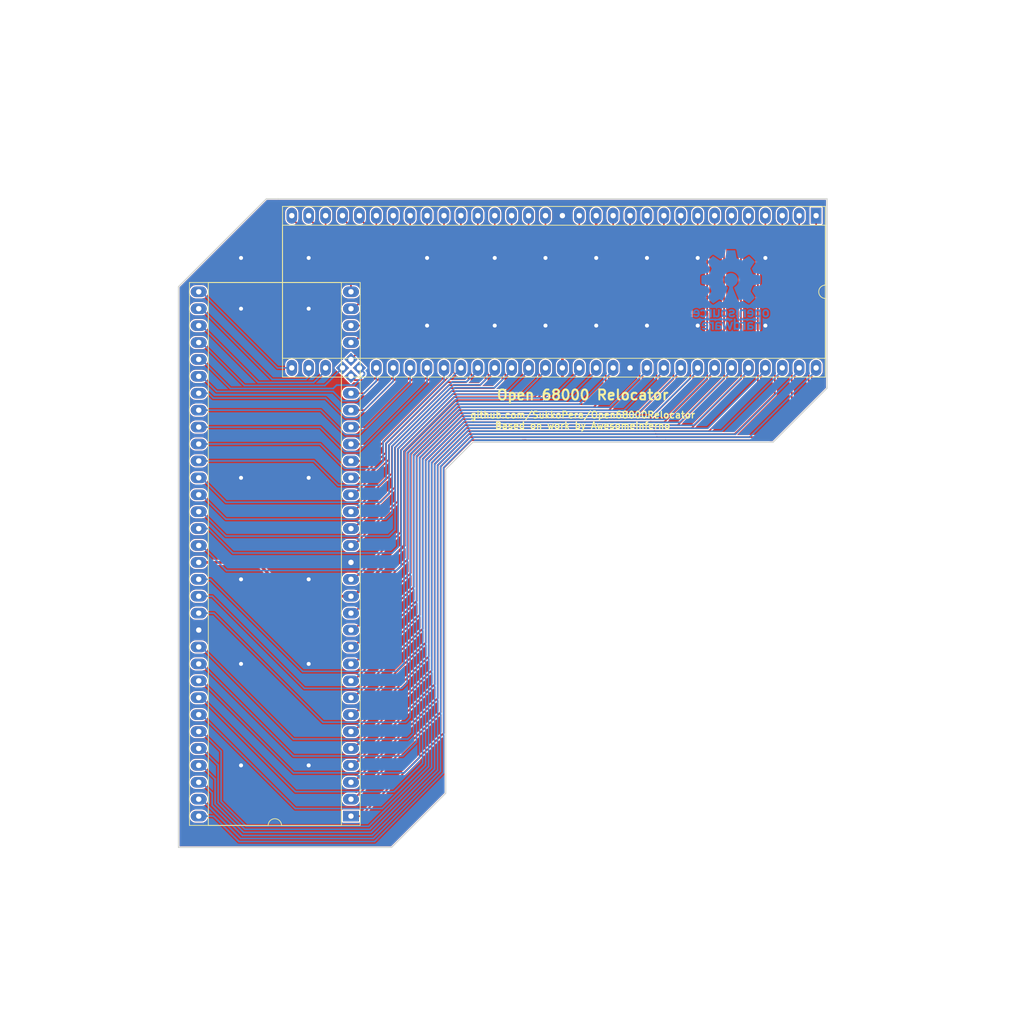
<source format=kicad_pcb>
(kicad_pcb (version 20171130) (host pcbnew 5.0.1)
  (title_block (title "68000 Relocator") (date 2018-11-02) (rev V1sukko-git) (company AwesomeInferno) (comment 1 http://www.github.com/awesomeinferno) (comment 2 "Shifts a 68000 processor socket up and 90 degrees counter-clockwise") (comment 3 "Minor tweaks by SukkoPera"))
  (layers (0 F.Cu signal) (31 B.Cu signal) (36 B.SilkS user) (37 F.SilkS user) (38 B.Mask user) (39 F.Mask user) (44 Edge.Cuts user))
  (net 0 "")
  (net 1 /D4)
  (net 2 /A5)
  (net 3 /D3)
  (net 4 /A6)
  (net 5 /D2)
  (net 6 /A7)
  (net 7 /D1)
  (net 8 /A8)
  (net 9 /D0)
  (net 10 /A9)
  (net 11 /AS)
  (net 12 /A10)
  (net 13 /UDS)
  (net 14 /A11)
  (net 15 /LDS)
  (net 16 /A12)
  (net 17 /R/W)
  (net 18 /A13)
  (net 19 /DTACK)
  (net 20 /A14)
  (net 21 /BG)
  (net 22 /A15)
  (net 23 /BGACK)
  (net 24 /A16)
  (net 25 /BR)
  (net 26 /A17)
  (net 27 VCC)
  (net 28 /A18)
  (net 29 /CLK)
  (net 30 /A19)
  (net 31 GND)
  (net 32 /A20)
  (net 33 /HALT)
  (net 34 /RESET)
  (net 35 /A21)
  (net 36 /VMA)
  (net 37 /A22)
  (net 38 /E)
  (net 39 /A23)
  (net 40 /VPA)
  (net 41 /BERR)
  (net 42 /D15)
  (net 43 /IPL2)
  (net 44 /D14)
  (net 45 /IPL1)
  (net 46 /D13)
  (net 47 /IPL0)
  (net 48 /D12)
  (net 49 /FC2)
  (net 50 /D11)
  (net 51 /FC1)
  (net 52 /D10)
  (net 53 /FC0)
  (net 54 /D9)
  (net 55 /A1)
  (net 56 /D8)
  (net 57 /A2)
  (net 58 /D7)
  (net 59 /A3)
  (net 60 /D6)
  (net 61 /A4)
  (net 62 /D5)
  (module Symbol:OSHW-Logo_11.4x12mm_Copper (layer B.Cu) (at 172.1485 60.96 180)
    (fp_text reference P99 hide)
    (fp_text value OSHW_LOGO hide)
    (fp_poly (pts (xy -3.780091 -2.90956) (xy -3.727588 -2.935499) (xy -3.662842 -2.9807) (xy -3.615653 -3.029991) (xy -3.583335 -3.091885) (xy -3.563203 -3.174896) (xy -3.55257 -3.287538) (xy -3.548753 -3.438324) (xy -3.54853 -3.503149) (xy -3.549182 -3.645221) (xy -3.551888 -3.746757) (xy -3.557776 -3.817015) (xy -3.567973 -3.865256) (xy -3.583606 -3.900738) (xy -3.599872 -3.924943) (xy -3.703705 -4.027929) (xy -3.825979 -4.089874) (xy -3.957886 -4.108506) (xy -4.090616 -4.081549) (xy -4.132667 -4.062486) (xy -4.233334 -4.010015) (xy -4.233334 -4.832259) (xy -4.159865 -4.794267) (xy -4.063059 -4.764872) (xy -3.944072 -4.757342) (xy -3.825255 -4.771245) (xy -3.735527 -4.802476) (xy -3.661101 -4.861954) (xy -3.59751 -4.947066) (xy -3.592729 -4.955805) (xy -3.572563 -4.996966) (xy -3.557835 -5.038454) (xy -3.547697 -5.088713) (xy -3.541301 -5.156184) (xy -3.537799 -5.249309) (xy -3.536342 -5.376531) (xy -3.536079 -5.519701) (xy -3.536079 -5.976471) (xy -3.81 -5.976471) (xy -3.81 -5.134231) (xy -3.886617 -5.069763) (xy -3.966207 -5.018194) (xy -4.041578 -5.008818) (xy -4.117367 -5.032947) (xy -4.157759 -5.056574) (xy -4.187821 -5.090227) (xy -4.209203 -5.141087) (xy -4.22355 -5.216334) (xy -4.23251 -5.323146) (xy -4.23773 -5.468704) (xy -4.239569 -5.565588) (xy -4.245785 -5.96402) (xy -4.37652 -5.971547) (xy -4.507255 -5.979073) (xy -4.507255 -3.506582) (xy -4.233334 -3.506582) (xy -4.22635 -3.644423) (xy -4.202818 -3.740107) (xy -4.158865 -3.799641) (xy -4.090618 -3.829029) (xy -4.021667 -3.834902) (xy -3.943614 -3.828154) (xy -3.891811 -3.801594) (xy -3.859417 -3.766499) (xy -3.833916 -3.728752) (xy -3.818735 -3.6867) (xy -3.811981 -3.627779) (xy -3.811759 -3.539428) (xy -3.814032 -3.465448) (xy -3.819251 -3.354) (xy -3.827021 -3.280833) (xy -3.840105 -3.234422) (xy -3.861268 -3.203244) (xy -3.88124 -3.185223) (xy -3.964686 -3.145925) (xy -4.063449 -3.139579) (xy -4.120159 -3.153116) (xy -4.176308 -3.201233) (xy -4.213501 -3.294833) (xy -4.231528 -3.433254) (xy -4.233334 -3.506582) (xy -4.507255 -3.506582) (xy -4.507255 -2.888628) (xy -4.370295 -2.888628) (xy -4.288065 -2.891879) (xy -4.24564 -2.903426) (xy -4.233339 -2.925952) (xy -4.233334 -2.92662) (xy -4.227626 -2.948681) (xy -4.202453 -2.946176) (xy -4.152402 -2.921935) (xy -4.035781 -2.884851) (xy -3.904571 -2.880953) (xy -3.780091 -2.90956)) (layer B.Cu) (width 0.01))
    (fp_poly (pts (xy -2.74128 -4.765922) (xy -2.62413 -4.79718) (xy -2.534949 -4.853837) (xy -2.472016 -4.928045) (xy -2.452452 -4.959716) (xy -2.438008 -4.992891) (xy -2.427911 -5.035329) (xy -2.421385 -5.094788) (xy -2.417658 -5.179029) (xy -2.415954 -5.29581) (xy -2.4155 -5.45289) (xy -2.415491 -5.494565) (xy -2.415491 -5.976471) (xy -2.53502 -5.976471) (xy -2.611261 -5.971131) (xy -2.667634 -5.957604) (xy -2.681758 -5.949262) (xy -2.72037 -5.934864) (xy -2.759808 -5.949262) (xy -2.824738 -5.967237) (xy -2.919055 -5.974472) (xy -3.023593 -5.971333) (xy -3.119189 -5.958186) (xy -3.175 -5.941318) (xy -3.283002 -5.871986) (xy -3.350497 -5.775772) (xy -3.380841 -5.647844) (xy -3.381123 -5.644559) (xy -3.37846 -5.587808) (xy -3.137647 -5.587808) (xy -3.116595 -5.652358) (xy -3.082303 -5.688686) (xy -3.013468 -5.716162) (xy -2.92261 -5.727129) (xy -2.829958 -5.721731) (xy -2.755744 -5.70011) (xy -2.734951 -5.686239) (xy -2.698619 -5.622143) (xy -2.689412 -5.549278) (xy -2.689412 -5.45353) (xy -2.827173 -5.45353) (xy -2.958047 -5.463605) (xy -3.057259 -5.492148) (xy -3.118977 -5.536639) (xy -3.137647 -5.587808) (xy -3.37846 -5.587808) (xy -3.374564 -5.50479) (xy -3.328466 -5.394282) (xy -3.2418 -5.310712) (xy -3.229821 -5.30311) (xy -3.178345 -5.278357) (xy -3.114632 -5.263368) (xy -3.025565 -5.256082) (xy -2.919755 -5.254407) (xy -2.689412 -5.254314) (xy -2.689412 -5.157755) (xy -2.699183 -5.082836) (xy -2.724116 -5.032644) (xy -2.727035 -5.029972) (xy -2.782519 -5.008015) (xy -2.866273 -4.999505) (xy -2.958833 -5.003687) (xy -3.04073 -5.019809) (xy -3.089327 -5.04399) (xy -3.115659 -5.063359) (xy -3.143465 -5.067057) (xy -3.181839 -5.051188) (xy -3.239875 -5.011855) (xy -3.326669 -4.945164) (xy -3.334635 -4.938916) (xy -3.330553 -4.9158) (xy -3.296499 -4.877352) (xy -3.24474 -4.834627) (xy -3.187545 -4.798679) (xy -3.169575 -4.790191) (xy -3.104028 -4.773252) (xy -3.00798 -4.76117) (xy -2.900671 -4.756323) (xy -2.895653 -4.756313) (xy -2.74128 -4.765922)) (layer B.Cu) (width 0.01))
    (fp_poly (pts (xy -1.967236 -4.758921) (xy -1.92997 -4.770091) (xy -1.917957 -4.794633) (xy -1.917451 -4.805712) (xy -1.915296 -4.836572) (xy -1.900449 -4.841417) (xy -1.860343 -4.82026) (xy -1.83652 -4.805806) (xy -1.761362 -4.77485) (xy -1.671594 -4.759544) (xy -1.577471 -4.758367) (xy -1.489246 -4.769799) (xy -1.417174 -4.79232) (xy -1.371508 -4.824409) (xy -1.362502 -4.864545) (xy -1.367047 -4.875415) (xy -1.400179 -4.920534) (xy -1.451555 -4.976026) (xy -1.460848 -4.984996) (xy -1.509818 -5.026245) (xy -1.552069 -5.039572) (xy -1.611159 -5.030271) (xy -1.634831 -5.02409) (xy -1.708496 -5.009246) (xy -1.76029 -5.015921) (xy -1.804031 -5.039465) (xy -1.844098 -5.071061) (xy -1.873608 -5.110798) (xy -1.894116 -5.166252) (xy -1.907176 -5.245003) (xy -1.914344 -5.354629) (xy -1.917176 -5.502706) (xy -1.917451 -5.592111) (xy -1.917451 -5.976471) (xy -2.166471 -5.976471) (xy -2.166471 -4.756275) (xy -2.041961 -4.756275) (xy -1.967236 -4.758921)) (layer B.Cu) (width 0.01))
    (fp_poly (pts (xy -0.398432 -5.976471) (xy -0.535393 -5.976471) (xy -0.614889 -5.97414) (xy -0.656292 -5.964488) (xy -0.671199 -5.943525) (xy -0.672353 -5.929351) (xy -0.674867 -5.900927) (xy -0.69072 -5.895475) (xy -0.732379 -5.912998) (xy -0.764776 -5.929351) (xy -0.889151 -5.968103) (xy -1.024354 -5.970346) (xy -1.134274 -5.941444) (xy -1.236634 -5.871619) (xy -1.31466 -5.768555) (xy -1.357386 -5.646989) (xy -1.358474 -5.640192) (xy -1.364822 -5.566032) (xy -1.367979 -5.45957) (xy -1.367725 -5.379052) (xy -1.095711 -5.379052) (xy -1.08941 -5.48607) (xy -1.075075 -5.574278) (xy -1.055669 -5.62409) (xy -0.982254 -5.692162) (xy -0.895086 -5.716564) (xy -0.805196 -5.696831) (xy -0.728383 -5.637968) (xy -0.699292 -5.598379) (xy -0.682283 -5.551138) (xy -0.674316 -5.482181) (xy -0.672353 -5.378607) (xy -0.675866 -5.276039) (xy -0.685143 -5.185921) (xy -0.698294 -5.125613) (xy -0.700486 -5.120208) (xy -0.753522 -5.05594) (xy -0.830933 -5.020656) (xy -0.917546 -5.014959) (xy -0.998193 -5.039453) (xy -1.057703 -5.094742) (xy -1.063876 -5.105743) (xy -1.083199 -5.172827) (xy -1.093726 -5.269284) (xy -1.095711 -5.379052) (xy -1.367725 -5.379052) (xy -1.367596 -5.338225) (xy -1.365806 -5.272918) (xy -1.353627 -5.111355) (xy -1.328315 -4.990053) (xy -1.286207 -4.900379) (xy -1.223641 -4.833699) (xy -1.1629 -4.794557) (xy -1.078036 -4.76704) (xy -0.972485 -4.757603) (xy -0.864402 -4.76529) (xy -0.771942 -4.789146) (xy -0.72309 -4.817685) (xy -0.672353 -4.863601) (xy -0.672353 -4.283137) (xy -0.398432 -4.283137) (xy -0.398432 -5.976471)) (layer B.Cu) (width 0.01))
    (fp_poly (pts (xy 0.557528 -4.761332) (xy 0.656014 -4.768726) (xy 0.784776 -5.154706) (xy 0.913537 -5.540686) (xy 0.953911 -5.403726) (xy 0.978207 -5.319083) (xy 1.010167 -5.204697) (xy 1.044679 -5.078963) (xy 1.062928 -5.01152) (xy 1.131571 -4.756275) (xy 1.414773 -4.756275) (xy 1.330122 -5.023971) (xy 1.288435 -5.155638) (xy 1.238074 -5.314458) (xy 1.185481 -5.480128) (xy 1.13853 -5.627843) (xy 1.031589 -5.96402) (xy 0.800661 -5.979044) (xy 0.73805 -5.772316) (xy 0.699438 -5.643896) (xy 0.6573 -5.502322) (xy 0.620472 -5.377285) (xy 0.619018 -5.372309) (xy 0.591511 -5.287586) (xy 0.567242 -5.229778) (xy 0.550243 -5.207918) (xy 0.54675 -5.210446) (xy 0.53449 -5.244336) (xy 0.511195 -5.31693) (xy 0.4797 -5.419101) (xy 0.442842 -5.54172) (xy 0.422899 -5.609167) (xy 0.314895 -5.976471) (xy 0.085679 -5.976471) (xy -0.097561 -5.3975) (xy -0.149037 -5.235091) (xy -0.19593 -5.087602) (xy -0.236023 -4.96196) (xy -0.267103 -4.865095) (xy -0.286955 -4.803934) (xy -0.292989 -4.786065) (xy -0.288212 -4.767768) (xy -0.250703 -4.759755) (xy -0.172645 -4.760557) (xy -0.160426 -4.761163) (xy -0.015674 -4.768726) (xy 0.07913 -5.117353) (xy 0.113977 -5.244497) (xy 0.145117 -5.356265) (xy 0.169809 -5.442953) (xy 0.185312 -5.494856) (xy 0.188176 -5.503318) (xy 0.200046 -5.493587) (xy 0.223983 -5.443172) (xy 0.257239 -5.358935) (xy 0.297064 -5.247741) (xy 0.33073 -5.147297) (xy 0.459041 -4.753939) (xy 0.557528 -4.761332)) (layer B.Cu) (width 0.01))
    (fp_poly (pts (xy 2.056459 -4.763669) (xy 2.16142 -4.789163) (xy 2.191761 -4.802669) (xy 2.250573 -4.838046) (xy 2.295709 -4.87789) (xy 2.329106 -4.92912) (xy 2.352701 -4.998654) (xy 2.368433 -5.093409) (xy 2.378239 -5.220305) (xy 2.384057 -5.386258) (xy 2.386266 -5.497108) (xy 2.394396 -5.976471) (xy 2.255531 -5.976471) (xy 2.171287 -5.972938) (xy 2.127884 -5.960866) (xy 2.116666 -5.940594) (xy 2.110744 -5.918674) (xy 2.084266 -5.922865) (xy 2.048186 -5.940441) (xy 1.957862 -5.967382) (xy 1.841777 -5.974642) (xy 1.71968 -5.962767) (xy 1.611321 -5.932305) (xy 1.601602 -5.928077) (xy 1.502568 -5.858505) (xy 1.437281 -5.761789) (xy 1.40724 -5.648738) (xy 1.409535 -5.608122) (xy 1.654633 -5.608122) (xy 1.676229 -5.662782) (xy 1.740259 -5.701952) (xy 1.843565 -5.722974) (xy 1.898774 -5.725766) (xy 1.990782 -5.71862) (xy 2.051941 -5.690848) (xy 2.066862 -5.677647) (xy 2.107287 -5.605829) (xy 2.116666 -5.540686) (xy 2.116666 -5.45353) (xy 1.995269 -5.45353) (xy 1.854153 -5.460722) (xy 1.755173 -5.483345) (xy 1.692633 -5.522964) (xy 1.678631 -5.540628) (xy 1.654633 -5.608122) (xy 1.409535 -5.608122) (xy 1.413941 -5.530157) (xy 1.45888 -5.416855) (xy 1.520196 -5.340285) (xy 1.557332 -5.307181) (xy 1.593687 -5.285425) (xy 1.64099 -5.272161) (xy 1.710973 -5.264528) (xy 1.815364 -5.25967) (xy 1.85677 -5.258273) (xy 2.116666 -5.24978) (xy 2.116285 -5.171116) (xy 2.106219 -5.088428) (xy 2.069829 -5.038431) (xy 1.996311 -5.006489) (xy 1.994339 -5.00592) (xy 1.890105 -4.993361) (xy 1.788108 -5.009766) (xy 1.712305 -5.049657) (xy 1.68189 -5.069354) (xy 1.649132 -5.066629) (xy 1.598721 -5.038091) (xy 1.569119 -5.01795) (xy 1.511218 -4.974919) (xy 1.475352 -4.942662) (xy 1.469597 -4.933427) (xy 1.493295 -4.885636) (xy 1.563313 -4.828562) (xy 1.593725 -4.809305) (xy 1.681155 -4.77614) (xy 1.798983 -4.75735) (xy 1.929866 -4.753129) (xy 2.056459 -4.763669)) (layer B.Cu) (width 0.01))
    (fp_poly (pts (xy 3.238446 -4.755883) (xy 3.334177 -4.774755) (xy 3.388677 -4.802699) (xy 3.446008 -4.849123) (xy 3.364441 -4.952111) (xy 3.31415 -5.014479) (xy 3.280001 -5.044907) (xy 3.246063 -5.049555) (xy 3.196406 -5.034586) (xy 3.173096 -5.026117) (xy 3.078063 -5.013622) (xy 2.991032 -5.040406) (xy 2.927138 -5.100915) (xy 2.916759 -5.120208) (xy 2.905456 -5.171314) (xy 2.896732 -5.2655) (xy 2.890997 -5.396089) (xy 2.88866 -5.556405) (xy 2.888627 -5.579211) (xy 2.888627 -5.976471) (xy 2.614705 -5.976471) (xy 2.614705 -4.756275) (xy 2.751666 -4.756275) (xy 2.830638 -4.758337) (xy 2.871779 -4.767513) (xy 2.886992 -4.78829) (xy 2.888627 -4.807886) (xy 2.888627 -4.859497) (xy 2.95424 -4.807886) (xy 3.029475 -4.772675) (xy 3.130544 -4.755265) (xy 3.238446 -4.755883)) (layer B.Cu) (width 0.01))
    (fp_poly (pts (xy 4.025307 -4.762784) (xy 4.144337 -4.793731) (xy 4.244021 -4.8576) (xy 4.292288 -4.905313) (xy 4.371408 -5.018106) (xy 4.416752 -5.14895) (xy 4.43233 -5.309792) (xy 4.43241 -5.322794) (xy 4.432549 -5.45353) (xy 3.680091 -5.45353) (xy 3.69613 -5.52201) (xy 3.725091 -5.584031) (xy 3.775778 -5.648654) (xy 3.786379 -5.658971) (xy 3.877494 -5.714805) (xy 3.9814 -5.724275) (xy 4.101 -5.68754) (xy 4.121274 -5.677647) (xy 4.183456 -5.647574) (xy 4.225106 -5.63044) (xy 4.232373 -5.628855) (xy 4.25774 -5.644242) (xy 4.30612 -5.681887) (xy 4.330679 -5.702459) (xy 4.38157 -5.749714) (xy 4.398281 -5.780917) (xy 4.386683 -5.80962) (xy 4.380483 -5.817468) (xy 4.338493 -5.851819) (xy 4.269206 -5.893565) (xy 4.220882 -5.917935) (xy 4.083711 -5.960873) (xy 3.931847 -5.974786) (xy 3.788024 -5.9583) (xy 3.747745 -5.946496) (xy 3.623078 -5.879689) (xy 3.530671 -5.776892) (xy 3.46999 -5.637105) (xy 3.440498 -5.45933) (xy 3.43726 -5.366373) (xy 3.446714 -5.231033) (xy 3.68549 -5.231033) (xy 3.708584 -5.241038) (xy 3.770662 -5.248888) (xy 3.860914 -5.253521) (xy 3.922058 -5.254314) (xy 4.03204 -5.253549) (xy 4.101457 -5.24997) (xy 4.139538 -5.241649) (xy 4.155515 -5.226657) (xy 4.158627 -5.204903) (xy 4.137278 -5.137892) (xy 4.083529 -5.071664) (xy 4.012822 -5.020832) (xy 3.942089 -5.000038) (xy 3.846016 -5.018484) (xy 3.762849 -5.071811) (xy 3.705186 -5.148677) (xy 3.68549 -5.231033) (xy 3.446714 -5.231033) (xy 3.451028 -5.169291) (xy 3.49352 -5.012271) (xy 3.565635 -4.894069) (xy 3.668273 -4.81344) (xy 3.802332 -4.769139) (xy 3.874957 -4.760607) (xy 4.025307 -4.762784)) (layer B.Cu) (width 0.01))
    (fp_poly (pts (xy -5.026753 -2.901568) (xy -4.896478 -2.959163) (xy -4.797581 -3.055334) (xy -4.729918 -3.190229) (xy -4.693345 -3.363996) (xy -4.690724 -3.391126) (xy -4.68867 -3.582408) (xy -4.715301 -3.750073) (xy -4.768999 -3.885967) (xy -4.797753 -3.929681) (xy -4.897909 -4.022198) (xy -5.025463 -4.082119) (xy -5.168163 -4.106985) (xy -5.31376 -4.094339) (xy -5.424438 -4.055391) (xy -5.519616 -3.989755) (xy -5.597406 -3.903699) (xy -5.598751 -3.901685) (xy -5.630343 -3.84857) (xy -5.650873 -3.79516) (xy -5.663305 -3.727754) (xy -5.670603 -3.632653) (xy -5.673818 -3.554666) (xy -5.675156 -3.483944) (xy -5.426186 -3.483944) (xy -5.423753 -3.554348) (xy -5.41492 -3.648068) (xy -5.399336 -3.708214) (xy -5.371234 -3.751006) (xy -5.344914 -3.776002) (xy -5.251608 -3.828338) (xy -5.15398 -3.835333) (xy -5.063058 -3.797676) (xy -5.017598 -3.755479) (xy -4.984838 -3.712956) (xy -4.965677 -3.672267) (xy -4.957267 -3.619314) (xy -4.956763 -3.539997) (xy -4.959355 -3.46695) (xy -4.964929 -3.362601) (xy -4.973766 -3.29492) (xy -4.989693 -3.250774) (xy -5.016538 -3.217031) (xy -5.037811 -3.197746) (xy -5.126794 -3.147086) (xy -5.222789 -3.14456) (xy -5.303281 -3.174567) (xy -5.371947 -3.237231) (xy -5.412856 -3.340168) (xy -5.426186 -3.483944) (xy -5.675156 -3.483944) (xy -5.676754 -3.399582) (xy -5.67174 -3.2836) (xy -5.656717 -3.196367) (xy -5.629624 -3.12753) (xy -5.5884 -3.066737) (xy -5.573115 -3.048686) (xy -5.477546 -2.958746) (xy -5.375039 -2.906211) (xy -5.249679 -2.884201) (xy -5.18855 -2.882402) (xy -5.026753 -2.901568)) (layer B.Cu) (width 0.01))
    (fp_poly (pts (xy -2.686796 -2.916354) (xy -2.661981 -2.928037) (xy -2.576094 -2.990951) (xy -2.494879 -3.082769) (xy -2.434236 -3.183868) (xy -2.416988 -3.230349) (xy -2.401251 -3.313376) (xy -2.391867 -3.413713) (xy -2.390728 -3.455147) (xy -2.390589 -3.585882) (xy -3.143047 -3.585882) (xy -3.127007 -3.654363) (xy -3.087637 -3.735355) (xy -3.018806 -3.805351) (xy -2.936919 -3.850441) (xy -2.884737 -3.859804) (xy -2.813971 -3.848441) (xy -2.72954 -3.819943) (xy -2.700858 -3.806831) (xy -2.594791 -3.753858) (xy -2.504272 -3.822901) (xy -2.452039 -3.869597) (xy -2.424247 -3.90814) (xy -2.42284 -3.919452) (xy -2.447668 -3.946868) (xy -2.502083 -3.988532) (xy -2.551472 -4.021037) (xy -2.684748 -4.079468) (xy -2.834161 -4.105915) (xy -2.982249 -4.099039) (xy -3.100295 -4.063096) (xy -3.221982 -3.986101) (xy -3.30846 -3.884728) (xy -3.362559 -3.75357) (xy -3.387109 -3.587224) (xy -3.389286 -3.511108) (xy -3.380573 -3.336685) (xy -3.379503 -3.331611) (xy -3.130173 -3.331611) (xy -3.123306 -3.347968) (xy -3.095083 -3.356988) (xy -3.036873 -3.360854) (xy -2.940042 -3.361749) (xy -2.902757 -3.361765) (xy -2.789317 -3.360413) (xy -2.717378 -3.355505) (xy -2.678687 -3.34576) (xy -2.664995 -3.329899) (xy -2.66451 -3.324805) (xy -2.680137 -3.284326) (xy -2.719247 -3.227621) (xy -2.736061 -3.207766) (xy -2.798481 -3.151611) (xy -2.863547 -3.129532) (xy -2.898603 -3.127686) (xy -2.993442 -3.150766) (xy -3.072973 -3.212759) (xy -3.123423 -3.302802) (xy -3.124317 -3.305735) (xy -3.130173 -3.331611) (xy -3.379503 -3.331611) (xy -3.351601 -3.199343) (xy -3.29941 -3.089461) (xy -3.235579 -3.011461) (xy -3.117567 -2.926882) (xy -2.978842 -2.881686) (xy -2.83129 -2.8776) (xy -2.686796 -2.916354)) (layer B.Cu) (width 0.01))
    (fp_poly (pts (xy 0.027759 -2.884345) (xy 0.122059 -2.902229) (xy 0.21989 -2.939633) (xy 0.230343 -2.944402) (xy 0.304531 -2.983412) (xy 0.35591 -3.019664) (xy 0.372517 -3.042887) (xy 0.356702 -3.080761) (xy 0.318288 -3.136644) (xy 0.301237 -3.157505) (xy 0.230969 -3.239618) (xy 0.140379 -3.186168) (xy 0.054164 -3.150561) (xy -0.045451 -3.131529) (xy -0.140981 -3.130326) (xy -0.214939 -3.14821) (xy -0.232688 -3.159373) (xy -0.266488 -3.210553) (xy -0.270596 -3.269509) (xy -0.245304 -3.315567) (xy -0.230344 -3.324499) (xy -0.185514 -3.335592) (xy -0.106714 -3.34863) (xy -0.009574 -3.361088) (xy 0.008346 -3.363042) (xy 0.164365 -3.39003) (xy 0.277523 -3.435873) (xy 0.352569 -3.504803) (xy 0.394253 -3.601054) (xy 0.407238 -3.718617) (xy 0.389299 -3.852254) (xy 0.33105 -3.957195) (xy 0.232255 -4.03363) (xy 0.092682 -4.081748) (xy -0.062255 -4.100732) (xy -0.188602 -4.100504) (xy -0.291087 -4.083262) (xy -0.361079 -4.059457) (xy -0.449517 -4.017978) (xy -0.531246 -3.969842) (xy -0.560295 -3.948655) (xy -0.635 -3.887676) (xy -0.544902 -3.796508) (xy -0.454804 -3.705339) (xy -0.352368 -3.773128) (xy -0.249626 -3.824042) (xy -0.139913 -3.850673) (xy -0.034449 -3.853483) (xy 0.055546 -3.832935) (xy 0.118854 -3.789493) (xy 0.139296 -3.752838) (xy 0.136229 -3.694053) (xy 0.085434 -3.649099) (xy -0.012952 -3.618057) (xy -0.120744 -3.60371) (xy -0.286635 -3.576337) (xy -0.409876 -3.524693) (xy -0.492114 -3.447266) (xy -0.534999 -3.342544) (xy -0.54094 -3.218387) (xy -0.511594 -3.088702) (xy -0.444691 -2.990677) (xy -0.339629 -2.923866) (xy -0.19581 -2.88782) (xy -0.089262 -2.880754) (xy 0.027759 -2.884345)) (layer B.Cu) (width 0.01))
    (fp_poly (pts (xy 1.209547 -2.903364) (xy 1.335502 -2.971959) (xy 1.434047 -3.080245) (xy 1.480478 -3.168315) (xy 1.500412 -3.246101) (xy 1.513328 -3.356993) (xy 1.518863 -3.484738) (xy 1.516654 -3.613084) (xy 1.506337 -3.725779) (xy 1.494286 -3.785969) (xy 1.453634 -3.868311) (xy 1.38323 -3.95577) (xy 1.298382 -4.032251) (xy 1.214397 -4.081655) (xy 1.212349 -4.082439) (xy 1.108134 -4.104027) (xy 0.984627 -4.104562) (xy 0.867261 -4.084908) (xy 0.821942 -4.069155) (xy 0.70522 -4.002966) (xy 0.621624 -3.916246) (xy 0.566701 -3.801438) (xy 0.535995 -3.650982) (xy 0.529047 -3.572173) (xy 0.529933 -3.473145) (xy 0.796862 -3.473145) (xy 0.805854 -3.617645) (xy 0.831736 -3.72776) (xy 0.872868 -3.798116) (xy 0.902172 -3.818235) (xy 0.977251 -3.832265) (xy 1.066494 -3.828111) (xy 1.14365 -3.807922) (xy 1.163883 -3.796815) (xy 1.217265 -3.732123) (xy 1.2525 -3.633119) (xy 1.267498 -3.512632) (xy 1.260172 -3.383494) (xy 1.243799 -3.305775) (xy 1.19679 -3.215771) (xy 1.122582 -3.159509) (xy 1.033209 -3.140057) (xy 0.940707 -3.160481) (xy 0.869653 -3.210437) (xy 0.832312 -3.251655) (xy 0.810518 -3.292281) (xy 0.80013 -3.347264) (xy 0.797006 -3.431549) (xy 0.796862 -3.473145) (xy 0.529933 -3.473145) (xy 0.53093 -3.361874) (xy 0.56518 -3.189423) (xy 0.631802 -3.054814) (xy 0.730799 -2.95804) (xy 0.862175 -2.899094) (xy 0.890385 -2.892259) (xy 1.059926 -2.876213) (xy 1.209547 -2.903364)) (layer B.Cu) (width 0.01))
    (fp_poly (pts (xy 1.967254 -3.276245) (xy 1.969608 -3.458879) (xy 1.978207 -3.5976) (xy 1.99536 -3.698147) (xy 2.023374 -3.766254) (xy 2.064557 -3.807659) (xy 2.121217 -3.828097) (xy 2.191372 -3.833318) (xy 2.264848 -3.827468) (xy 2.320657 -3.806093) (xy 2.361109 -3.763458) (xy 2.388509 -3.693825) (xy 2.405167 -3.59146) (xy 2.413389 -3.450624) (xy 2.41549 -3.276245) (xy 2.41549 -2.888628) (xy 2.689411 -2.888628) (xy 2.689411 -4.083922) (xy 2.552451 -4.083922) (xy 2.469884 -4.080576) (xy 2.427368 -4.068826) (xy 2.41549 -4.04652) (xy 2.408336 -4.026654) (xy 2.379865 -4.030857) (xy 2.322476 -4.058971) (xy 2.190945 -4.102342) (xy 2.051438 -4.09927) (xy 1.917765 -4.052174) (xy 1.854108 -4.014971) (xy 1.805553 -3.974691) (xy 1.770081 -3.924291) (xy 1.745674 -3.856729) (xy 1.730313 -3.764965) (xy 1.721982 -3.641955) (xy 1.718662 -3.480659) (xy 1.718235 -3.355928) (xy 1.718235 -2.888628) (xy 1.967254 -2.888628) (xy 1.967254 -3.276245)) (layer B.Cu) (width 0.01))
    (fp_poly (pts (xy 4.390976 -2.899056) (xy 4.535256 -2.960348) (xy 4.580699 -2.990185) (xy 4.638779 -3.036036) (xy 4.675238 -3.072089) (xy 4.681568 -3.083832) (xy 4.663693 -3.109889) (xy 4.61795 -3.154105) (xy 4.581328 -3.184965) (xy 4.481088 -3.26552) (xy 4.401935 -3.198918) (xy 4.340769 -3.155921) (xy 4.281129 -3.141079) (xy 4.212872 -3.144704) (xy 4.104482 -3.171652) (xy 4.029872 -3.227587) (xy 3.98453 -3.318014) (xy 3.963947 -3.448435) (xy 3.963942 -3.448517) (xy 3.965722 -3.59429) (xy 3.993387 -3.701245) (xy 4.048571 -3.774064) (xy 4.086192 -3.798723) (xy 4.186105 -3.829431) (xy 4.292822 -3.829449) (xy 4.385669 -3.799655) (xy 4.407647 -3.785098) (xy 4.462765 -3.747914) (xy 4.505859 -3.74182) (xy 4.552335 -3.769496) (xy 4.603716 -3.819205) (xy 4.685046 -3.903116) (xy 4.594749 -3.977546) (xy 4.455236 -4.061549) (xy 4.297912 -4.102947) (xy 4.133503 -4.09995) (xy 4.025531 -4.0725) (xy 3.899331 -4.00462) (xy 3.798401 -3.897831) (xy 3.752548 -3.822451) (xy 3.71541 -3.714297) (xy 3.696827 -3.577318) (xy 3.696684 -3.428864) (xy 3.714865 -3.286281) (xy 3.751255 -3.166918) (xy 3.756987 -3.15468) (xy 3.841865 -3.034655) (xy 3.956782 -2.947267) (xy 4.092659 -2.894329) (xy 4.240417 -2.877654) (xy 4.390976 -2.899056)) (layer B.Cu) (width 0.01))
    (fp_poly (pts (xy 5.303287 -2.884355) (xy 5.367051 -2.899845) (xy 5.4893 -2.956569) (xy 5.593834 -3.043202) (xy 5.66618 -3.147074) (xy 5.676119 -3.170396) (xy 5.689754 -3.231484) (xy 5.699298 -3.321853) (xy 5.702549 -3.41319) (xy 5.702549 -3.585882) (xy 5.34147 -3.585882) (xy 5.192546 -3.586445) (xy 5.087632 -3.589864) (xy 5.020937 -3.598731) (xy 4.986666 -3.615641) (xy 4.979028 -3.643189) (xy 4.992229 -3.683968) (xy 5.015877 -3.731683) (xy 5.081843 -3.811314) (xy 5.173512 -3.850987) (xy 5.285555 -3.849695) (xy 5.412472 -3.806514) (xy 5.522158 -3.753224) (xy 5.613173 -3.825191) (xy 5.704188 -3.897157) (xy 5.618563 -3.976269) (xy 5.50425 -4.051017) (xy 5.363666 -4.096084) (xy 5.212449 -4.108696) (xy 5.066236 -4.086079) (xy 5.042647 -4.078405) (xy 4.914141 -4.011296) (xy 4.818551 -3.911247) (xy 4.753861 -3.775271) (xy 4.718057 -3.60038) (xy 4.71764 -3.596632) (xy 4.714434 -3.406032) (xy 4.727393 -3.338035) (xy 4.980392 -3.338035) (xy 5.003627 -3.348491) (xy 5.06671 -3.3565) (xy 5.159706 -3.361073) (xy 5.218638 -3.361765) (xy 5.328537 -3.361332) (xy 5.397252 -3.358578) (xy 5.433405 -3.351321) (xy 5.445615 -3.337376) (xy 5.442504 -3.314562) (xy 5.439894 -3.305735) (xy 5.395344 -3.2228) (xy 5.325279 -3.15596) (xy 5.263446 -3.126589) (xy 5.181301 -3.128362) (xy 5.098062 -3.16499) (xy 5.028238 -3.225634) (xy 4.986337 -3.299456) (xy 4.980392 -3.338035) (xy 4.727393 -3.338035) (xy 4.746385 -3.238395) (xy 4.809773 -3.097711) (xy 4.900878 -2.987974) (xy 5.015978 -2.913174) (xy 5.151355 -2.877304) (xy 5.303287 -2.884355)) (layer B.Cu) (width 0.01))
    (fp_poly (pts (xy -1.49324 -2.909199) (xy -1.431264 -2.938802) (xy -1.371241 -2.981561) (xy -1.325514 -3.030775) (xy -1.292207 -3.093544) (xy -1.269445 -3.176971) (xy -1.255353 -3.288159) (xy -1.248058 -3.434209) (xy -1.245682 -3.622223) (xy -1.245645 -3.641912) (xy -1.245098 -4.083922) (xy -1.51902 -4.083922) (xy -1.51902 -3.676435) (xy -1.519215 -3.525471) (xy -1.520564 -3.416056) (xy -1.524212 -3.339933) (xy -1.531304 -3.288848) (xy -1.542987 -3.254545) (xy -1.560406 -3.228768) (xy -1.584671 -3.203298) (xy -1.669565 -3.148571) (xy -1.762239 -3.138416) (xy -1.850527 -3.173017) (xy -1.88123 -3.19877) (xy -1.903771 -3.222982) (xy -1.919954 -3.248912) (xy -1.930832 -3.284708) (xy -1.937458 -3.338519) (xy -1.940885 -3.418493) (xy -1.942166 -3.532779) (xy -1.942353 -3.671907) (xy -1.942353 -4.083922) (xy -2.216275 -4.083922) (xy -2.216275 -2.888628) (xy -2.079314 -2.888628) (xy -1.997084 -2.891879) (xy -1.95466 -2.903426) (xy -1.942359 -2.925952) (xy -1.942353 -2.92662) (xy -1.936646 -2.948681) (xy -1.911473 -2.946177) (xy -1.861422 -2.921937) (xy -1.747906 -2.886271) (xy -1.618055 -2.882305) (xy -1.49324 -2.909199)) (layer B.Cu) (width 0.01))
    (fp_poly (pts (xy 3.563637 -2.887472) (xy 3.64929 -2.913641) (xy 3.704437 -2.946707) (xy 3.722401 -2.972855) (xy 3.717457 -3.003852) (xy 3.685372 -3.052547) (xy 3.658243 -3.087035) (xy 3.602317 -3.149383) (xy 3.560299 -3.175615) (xy 3.52448 -3.173903) (xy 3.418224 -3.146863) (xy 3.340189 -3.148091) (xy 3.27682 -3.178735) (xy 3.255546 -3.19667) (xy 3.187451 -3.259779) (xy 3.187451 -4.083922) (xy 2.913529 -4.083922) (xy 2.913529 -2.888628) (xy 3.05049 -2.888628) (xy 3.132719 -2.891879) (xy 3.175144 -2.903426) (xy 3.187445 -2.925952) (xy 3.187451 -2.92662) (xy 3.19326 -2.950215) (xy 3.219531 -2.947138) (xy 3.255931 -2.930115) (xy 3.331111 -2.898439) (xy 3.392158 -2.879381) (xy 3.470708 -2.874496) (xy 3.563637 -2.887472)) (layer B.Cu) (width 0.01))
    (fp_poly (pts (xy 0.746535 5.366828) (xy 0.859117 4.769637) (xy 1.274531 4.59839) (xy 1.689944 4.427143) (xy 2.188302 4.766022) (xy 2.327868 4.860378) (xy 2.454028 4.944625) (xy 2.560895 5.014917) (xy 2.642582 5.067408) (xy 2.693201 5.098251) (xy 2.706986 5.104902) (xy 2.73182 5.087797) (xy 2.784888 5.040511) (xy 2.86024 4.969083) (xy 2.951929 4.879555) (xy 3.054007 4.777966) (xy 3.160526 4.670357) (xy 3.265536 4.562768) (xy 3.363091 4.46124) (xy 3.447242 4.371814) (xy 3.51204 4.300529) (xy 3.551538 4.253427) (xy 3.56098 4.237663) (xy 3.547391 4.208602) (xy 3.509293 4.144934) (xy 3.450694 4.052888) (xy 3.375597 3.938691) (xy 3.288009 3.808571) (xy 3.237254 3.734354) (xy 3.144745 3.598833) (xy 3.06254 3.476539) (xy 2.99463 3.37356) (xy 2.945 3.295982) (xy 2.91764 3.249894) (xy 2.913529 3.240208) (xy 2.922849 3.212681) (xy 2.948254 3.148527) (xy 2.985911 3.056765) (xy 3.031986 2.946416) (xy 3.082646 2.8265) (xy 3.134059 2.706036) (xy 3.182389 2.594046) (xy 3.223806 2.499548) (xy 3.254474 2.431563) (xy 3.270562 2.399112) (xy 3.271511 2.397835) (xy 3.296772 2.391638) (xy 3.364046 2.377815) (xy 3.46636 2.357723) (xy 3.596741 2.332721) (xy 3.748216 2.304169) (xy 3.836594 2.287704) (xy 3.998452 2.256886) (xy 4.144649 2.227561) (xy 4.267787 2.201334) (xy 4.360469 2.179809) (xy 4.415301 2.16459) (xy 4.426323 2.159762) (xy 4.437119 2.127081) (xy 4.445829 2.05327) (xy 4.45246 1.946963) (xy 4.457018 1.816788) (xy 4.459509 1.671379) (xy 4.459938 1.519365) (xy 4.458311 1.369378) (xy 4.454635 1.230049) (xy 4.448915 1.11001) (xy 4.441158 1.01789) (xy 4.431368 0.962323) (xy 4.425496 0.950755) (xy 4.390399 0.93689) (xy 4.316028 0.917067) (xy 4.212223 0.893616) (xy 4.088819 0.868864) (xy 4.045741 0.860857) (xy 3.838047 0.822814) (xy 3.673984 0.792176) (xy 3.54813 0.767726) (xy 3.455065 0.748246) (xy 3.389367 0.732519) (xy 3.345617 0.719327) (xy 3.318392 0.707451) (xy 3.302272 0.695675) (xy 3.300017 0.693347) (xy 3.277503 0.655855) (xy 3.243158 0.58289) (xy 3.200411 0.483388) (xy 3.152692 0.366282) (xy 3.10343 0.240507) (xy 3.056055 0.114998) (xy 3.013995 -0.00131) (xy 2.98068 -0.099484) (xy 2.959541 -0.170588) (xy 2.954005 -0.205687) (xy 2.954466 -0.206917) (xy 2.973223 -0.235606) (xy 3.015776 -0.29873) (xy 3.077653 -0.389718) (xy 3.154382 -0.502) (xy 3.241491 -0.629005) (xy 3.266299 -0.665098) (xy 3.354753 -0.795948) (xy 3.432588 -0.915336) (xy 3.495566 -1.016407) (xy 3.539445 -1.092304) (xy 3.559985 -1.136172) (xy 3.56098 -1.141562) (xy 3.543722 -1.169889) (xy 3.496036 -1.226006) (xy 3.42405 -1.303882) (xy 3.333897 -1.397485) (xy 3.231705 -1.500786) (xy 3.123606 -1.607751) (xy 3.015728 -1.712351) (xy 2.914204 -1.808554) (xy 2.825162 -1.890329) (xy 2.754733 -1.951645) (xy 2.709047 -1.986471) (xy 2.696409 -1.992157) (xy 2.666991 -1.978765) (xy 2.606761 -1.942644) (xy 2.52553 -1.889881) (xy 2.46303 -1.847412) (xy 2.349785 -1.769485) (xy 2.215674 -1.677729) (xy 2.081155 -1.58612) (xy 2.008833 -1.537091) (xy 1.764038 -1.371515) (xy 1.558551 -1.48262) (xy 1.464936 -1.531293) (xy 1.38533 -1.569126) (xy 1.331467 -1.590703) (xy 1.317757 -1.593706) (xy 1.30127 -1.571538) (xy 1.268745 -1.508894) (xy 1.222609 -1.411554) (xy 1.16529 -1.285294) (xy 1.099216 -1.135895) (xy 1.026815 -0.969133) (xy 0.950516 -0.790787) (xy 0.872746 -0.606636) (xy 0.795934 -0.422457) (xy 0.722506 -0.24403) (xy 0.654892 -0.077132) (xy 0.59552 0.072458) (xy 0.546816 0.198962) (xy 0.51121 0.296601) (xy 0.49113 0.359598) (xy 0.4879 0.381234) (xy 0.513496 0.408831) (xy 0.569539 0.45363) (xy 0.644311 0.506321) (xy 0.650587 0.51049) (xy 0.843845 0.665186) (xy 0.999674 0.845664) (xy 1.116724 1.046153) (xy 1.193645 1.260881) (xy 1.229086 1.484078) (xy 1.221697 1.709974) (xy 1.170127 1.932796) (xy 1.073026 2.146776) (xy 1.044458 2.193591) (xy 0.895868 2.382637) (xy 0.720327 2.534443) (xy 0.52391 2.648221) (xy 0.312693 2.72318) (xy 0.092753 2.758533) (xy -0.129837 2.753488) (xy -0.348999 2.707256) (xy -0.558658 2.619049) (xy -0.752739 2.488076) (xy -0.812774 2.434918) (xy -0.965565 2.268516) (xy -1.076903 2.093343) (xy -1.153277 1.896989) (xy -1.195813 1.702538) (xy -1.206314 1.483913) (xy -1.171299 1.264203) (xy -1.094327 1.050835) (xy -0.978953 0.851233) (xy -0.828734 0.672826) (xy -0.647227 0.523038) (xy -0.623373 0.507249) (xy -0.547799 0.455543) (xy -0.490349 0.410743) (xy -0.462883 0.382138) (xy -0.462483 0.381234) (xy -0.46838 0.350291) (xy -0.491755 0.280064) (xy -0.530179 0.17633) (xy -0.581223 0.044865) (xy -0.642458 -0.108552) (xy -0.711456 -0.278146) (xy -0.785786 -0.458138) (xy -0.863022 -0.642753) (xy -0.940732 -0.826213) (xy -1.016489 -1.002741) (xy -1.087863 -1.166559) (xy -1.152426 -1.311892) (xy -1.207748 -1.432962) (xy -1.2514 -1.523992) (xy -1.280954 -1.579205) (xy -1.292856 -1.593706) (xy -1.329223 -1.582414) (xy -1.39727 -1.55213) (xy -1.485263 -1.508265) (xy -1.533649 -1.48262) (xy -1.739137 -1.371515) (xy -1.983932 -1.537091) (xy -2.108894 -1.621915) (xy -2.245705 -1.715261) (xy -2.373911 -1.803153) (xy -2.438129 -1.847412) (xy -2.528449 -1.908063) (xy -2.604929 -1.956126) (xy -2.657593 -1.985515) (xy -2.674698 -1.991727) (xy -2.699595 -1.974968) (xy -2.754695 -1.928181) (xy -2.834657 -1.856225) (xy -2.934139 -1.763957) (xy -3.0478 -1.656235) (xy -3.119685 -1.587071) (xy -3.245449 -1.463502) (xy -3.354137 -1.352979) (xy -3.441355 -1.26023) (xy -3.502711 -1.189982) (xy -3.533809 -1.146965) (xy -3.536792 -1.138235) (xy -3.522947 -1.105029) (xy -3.484688 -1.037887) (xy -3.426258 -0.943608) (xy -3.351903 -0.82899) (xy -3.265865 -0.700828) (xy -3.241397 -0.665098) (xy -3.152245 -0.535234) (xy -3.072262 -0.418314) (xy -3.00592 -0.320907) (xy -2.957689 -0.249584) (xy -2.932043 -0.210915) (xy -2.929565 -0.206917) (xy -2.933271 -0.1761) (xy -2.952939 -0.108344) (xy -2.98514 -0.012584) (xy -3.026445 0.102246) (xy -3.073425 0.227211) (xy -3.122651 0.353376) (xy -3.170692 0.471807) (xy -3.214119 0.57357) (xy -3.249504 0.649729) (xy -3.273416 0.691351) (xy -3.275116 0.693347) (xy -3.289738 0.705242) (xy -3.314435 0.717005) (xy -3.354628 0.729854) (xy -3.415737 0.745006) (xy -3.503183 0.763679) (xy -3.622388 0.78709) (xy -3.778773 0.816458) (xy -3.977757 0.853) (xy -4.02084 0.860857) (xy -4.148529 0.885528) (xy -4.259847 0.909662) (xy -4.344955 0.930931) (xy -4.394017 0.947007) (xy -4.400595 0.950755) (xy -4.411436 0.983982) (xy -4.420247 1.058234) (xy -4.427024 1.164879) (xy -4.43176 1.295288) (xy -4.43445 1.440828) (xy -4.435087 1.592869) (xy -4.433666 1.742779) (xy -4.43018 1.881927) (xy -4.424624 2.001683) (xy -4.416992 2.093414) (xy -4.407278 2.148489) (xy -4.401422 2.159762) (xy -4.36882 2.171132) (xy -4.294582 2.189631) (xy -4.186104 2.213653) (xy -4.050783 2.241593) (xy -3.896015 2.271847) (xy -3.811692 2.287704) (xy -3.651704 2.317611) (xy -3.509033 2.344705) (xy -3.390652 2.367624) (xy -3.303535 2.385012) (xy -3.254655 2.395508) (xy -3.24661 2.397835) (xy -3.233013 2.424069) (xy -3.204271 2.48726) (xy -3.164215 2.578378) (xy -3.116676 2.688398) (xy -3.065485 2.80829) (xy -3.014474 2.929028) (xy -2.967474 3.041584) (xy -2.928316 3.136929) (xy -2.900831 3.206038) (xy -2.888851 3.239881) (xy -2.888628 3.24136) (xy -2.902209 3.268058) (xy -2.940285 3.329495) (xy -2.998853 3.419566) (xy -3.073912 3.532165) (xy -3.16146 3.661185) (xy -3.212353 3.735294) (xy -3.305091 3.871178) (xy -3.387459 3.994546) (xy -3.455439 4.099158) (xy -3.505012 4.178772) (xy -3.532158 4.227148) (xy -3.536079 4.237993) (xy -3.519225 4.263235) (xy -3.472632 4.317131) (xy -3.402251 4.393642) (xy -3.314035 4.486732) (xy -3.213935 4.59036) (xy -3.107902 4.698491) (xy -3.001889 4.805085) (xy -2.901848 4.904105) (xy -2.81373 4.989513) (xy -2.743487 5.05527) (xy -2.697072 5.095339) (xy -2.681544 5.104902) (xy -2.656261 5.091455) (xy -2.595789 5.05368) (xy -2.506008 4.99542) (xy -2.392797 4.920521) (xy -2.262036 4.83283) (xy -2.1634 4.766022) (xy -1.665043 4.427143) (xy -1.249629 4.59839) (xy -0.834216 4.769637) (xy -0.721634 5.366828) (xy -0.609051 5.96402) (xy 0.633952 5.96402) (xy 0.746535 5.366828)) (layer B.Cu) (width 0.01))
  )
  (module Open68000Relocator:DIP-64_W22.86mm_Socket_LongPads_Socket (layer F.Cu) (at 115.062 139.954 180)
    (fp_text reference U1)
    (fp_text value 68000D)
    (pad 1 thru_hole rect (at 0 0 180) (size 2.4 1.6) (drill 0.8) (layers *.Cu *.Mask) (net 1 /D4))
    (pad 33 thru_hole oval (at 22.86 78.74 180) (size 2.4 1.6) (drill 0.8) (layers *.Cu *.Mask) (net 2 /A5))
    (pad 2 thru_hole oval (at 0 2.54 180) (size 2.4 1.6) (drill 0.8) (layers *.Cu *.Mask) (net 3 /D3))
    (pad 34 thru_hole oval (at 22.86 76.2 180) (size 2.4 1.6) (drill 0.8) (layers *.Cu *.Mask) (net 4 /A6))
    (pad 3 thru_hole oval (at 0 5.08 180) (size 2.4 1.6) (drill 0.8) (layers *.Cu *.Mask) (net 5 /D2))
    (pad 35 thru_hole oval (at 22.86 73.66 180) (size 2.4 1.6) (drill 0.8) (layers *.Cu *.Mask) (net 6 /A7))
    (pad 4 thru_hole oval (at 0 7.62 180) (size 2.4 1.6) (drill 0.8) (layers *.Cu *.Mask) (net 7 /D1))
    (pad 36 thru_hole oval (at 22.86 71.12 180) (size 2.4 1.6) (drill 0.8) (layers *.Cu *.Mask) (net 8 /A8))
    (pad 5 thru_hole oval (at 0 10.16 180) (size 2.4 1.6) (drill 0.8) (layers *.Cu *.Mask) (net 9 /D0))
    (pad 37 thru_hole oval (at 22.86 68.58 180) (size 2.4 1.6) (drill 0.8) (layers *.Cu *.Mask) (net 10 /A9))
    (pad 6 thru_hole oval (at 0 12.7 180) (size 2.4 1.6) (drill 0.8) (layers *.Cu *.Mask) (net 11 /AS))
    (pad 38 thru_hole oval (at 22.86 66.04 180) (size 2.4 1.6) (drill 0.8) (layers *.Cu *.Mask) (net 12 /A10))
    (pad 7 thru_hole oval (at 0 15.24 180) (size 2.4 1.6) (drill 0.8) (layers *.Cu *.Mask) (net 13 /UDS))
    (pad 39 thru_hole oval (at 22.86 63.5 180) (size 2.4 1.6) (drill 0.8) (layers *.Cu *.Mask) (net 14 /A11))
    (pad 8 thru_hole oval (at 0 17.78 180) (size 2.4 1.6) (drill 0.8) (layers *.Cu *.Mask) (net 15 /LDS))
    (pad 40 thru_hole oval (at 22.86 60.96 180) (size 2.4 1.6) (drill 0.8) (layers *.Cu *.Mask) (net 16 /A12))
    (pad 9 thru_hole oval (at 0 20.32 180) (size 2.4 1.6) (drill 0.8) (layers *.Cu *.Mask) (net 17 /R/W))
    (pad 41 thru_hole oval (at 22.86 58.42 180) (size 2.4 1.6) (drill 0.8) (layers *.Cu *.Mask) (net 18 /A13))
    (pad 10 thru_hole oval (at 0 22.86 180) (size 2.4 1.6) (drill 0.8) (layers *.Cu *.Mask) (net 19 /DTACK))
    (pad 42 thru_hole oval (at 22.86 55.88 180) (size 2.4 1.6) (drill 0.8) (layers *.Cu *.Mask) (net 20 /A14))
    (pad 11 thru_hole oval (at 0 25.4 180) (size 2.4 1.6) (drill 0.8) (layers *.Cu *.Mask) (net 21 /BG))
    (pad 43 thru_hole oval (at 22.86 53.34 180) (size 2.4 1.6) (drill 0.8) (layers *.Cu *.Mask) (net 22 /A15))
    (pad 12 thru_hole oval (at 0 27.94 180) (size 2.4 1.6) (drill 0.8) (layers *.Cu *.Mask) (net 23 /BGACK))
    (pad 44 thru_hole oval (at 22.86 50.8 180) (size 2.4 1.6) (drill 0.8) (layers *.Cu *.Mask) (net 24 /A16))
    (pad 13 thru_hole oval (at 0 30.48 180) (size 2.4 1.6) (drill 0.8) (layers *.Cu *.Mask) (net 25 /BR))
    (pad 45 thru_hole oval (at 22.86 48.26 180) (size 2.4 1.6) (drill 0.8) (layers *.Cu *.Mask) (net 26 /A17))
    (pad 14 thru_hole oval (at 0 33.02 180) (size 2.4 1.6) (drill 0.8) (layers *.Cu *.Mask) (net 27 VCC))
    (pad 46 thru_hole oval (at 22.86 45.72 180) (size 2.4 1.6) (drill 0.8) (layers *.Cu *.Mask) (net 28 /A18))
    (pad 15 thru_hole oval (at 0 35.56 180) (size 2.4 1.6) (drill 0.8) (layers *.Cu *.Mask) (net 29 /CLK))
    (pad 47 thru_hole oval (at 22.86 43.18 180) (size 2.4 1.6) (drill 0.8) (layers *.Cu *.Mask) (net 30 /A19))
    (pad 16 thru_hole oval (at 0 38.1 180) (size 2.4 1.6) (drill 0.8) (layers *.Cu *.Mask) (net 31 GND))
    (pad 48 thru_hole oval (at 22.86 40.64 180) (size 2.4 1.6) (drill 0.8) (layers *.Cu *.Mask) (net 32 /A20))
    (pad 17 thru_hole oval (at 0 40.64 180) (size 2.4 1.6) (drill 0.8) (layers *.Cu *.Mask) (net 33 /HALT))
    (pad 49 thru_hole oval (at 22.86 38.1 180) (size 2.4 1.6) (drill 0.8) (layers *.Cu *.Mask) (net 27 VCC))
    (pad 18 thru_hole oval (at 0 43.18 180) (size 2.4 1.6) (drill 0.8) (layers *.Cu *.Mask) (net 34 /RESET))
    (pad 50 thru_hole oval (at 22.86 35.56 180) (size 2.4 1.6) (drill 0.8) (layers *.Cu *.Mask) (net 35 /A21))
    (pad 19 thru_hole oval (at 0 45.72 180) (size 2.4 1.6) (drill 0.8) (layers *.Cu *.Mask) (net 36 /VMA))
    (pad 51 thru_hole oval (at 22.86 33.02 180) (size 2.4 1.6) (drill 0.8) (layers *.Cu *.Mask) (net 37 /A22))
    (pad 20 thru_hole oval (at 0 48.26 180) (size 2.4 1.6) (drill 0.8) (layers *.Cu *.Mask) (net 38 /E))
    (pad 52 thru_hole oval (at 22.86 30.48 180) (size 2.4 1.6) (drill 0.8) (layers *.Cu *.Mask) (net 39 /A23))
    (pad 21 thru_hole oval (at 0 50.8 180) (size 2.4 1.6) (drill 0.8) (layers *.Cu *.Mask) (net 40 /VPA))
    (pad 53 thru_hole oval (at 22.86 27.94 180) (size 2.4 1.6) (drill 0.8) (layers *.Cu *.Mask) (net 31 GND))
    (pad 22 thru_hole oval (at 0 53.34 180) (size 2.4 1.6) (drill 0.8) (layers *.Cu *.Mask) (net 41 /BERR))
    (pad 54 thru_hole oval (at 22.86 25.4 180) (size 2.4 1.6) (drill 0.8) (layers *.Cu *.Mask) (net 42 /D15))
    (pad 23 thru_hole oval (at 0 55.88 180) (size 2.4 1.6) (drill 0.8) (layers *.Cu *.Mask) (net 43 /IPL2))
    (pad 55 thru_hole oval (at 22.86 22.86 180) (size 2.4 1.6) (drill 0.8) (layers *.Cu *.Mask) (net 44 /D14))
    (pad 24 thru_hole oval (at 0 58.42 180) (size 2.4 1.6) (drill 0.8) (layers *.Cu *.Mask) (net 45 /IPL1))
    (pad 56 thru_hole oval (at 22.86 20.32 180) (size 2.4 1.6) (drill 0.8) (layers *.Cu *.Mask) (net 46 /D13))
    (pad 25 thru_hole oval (at 0 60.96 180) (size 2.4 1.6) (drill 0.8) (layers *.Cu *.Mask) (net 47 /IPL0))
    (pad 57 thru_hole oval (at 22.86 17.78 180) (size 2.4 1.6) (drill 0.8) (layers *.Cu *.Mask) (net 48 /D12))
    (pad 26 thru_hole oval (at 0 63.5 180) (size 2.4 1.6) (drill 0.8) (layers *.Cu *.Mask) (net 49 /FC2))
    (pad 58 thru_hole oval (at 22.86 15.24 180) (size 2.4 1.6) (drill 0.8) (layers *.Cu *.Mask) (net 50 /D11))
    (pad 27 thru_hole trapezoid (at 0 66.04 225) (size 1.4 1.4) (drill 0.8) (layers *.Cu *.Mask) (net 51 /FC1))
    (pad 59 thru_hole oval (at 22.86 12.7 180) (size 2.4 1.6) (drill 0.8) (layers *.Cu *.Mask) (net 52 /D10))
    (pad 28 thru_hole trapezoid (at 0 68.58 225) (size 1.4 1.4) (drill 0.8) (layers *.Cu *.Mask) (net 53 /FC0))
    (pad 60 thru_hole oval (at 22.86 10.16 180) (size 2.4 1.6) (drill 0.8) (layers *.Cu *.Mask) (net 54 /D9))
    (pad 29 thru_hole oval (at 0 71.12 180) (size 2.4 1.6) (drill 0.8) (layers *.Cu *.Mask) (net 55 /A1))
    (pad 61 thru_hole oval (at 22.86 7.62 180) (size 2.4 1.6) (drill 0.8) (layers *.Cu *.Mask) (net 56 /D8))
    (pad 30 thru_hole oval (at 0 73.66 180) (size 2.4 1.6) (drill 0.8) (layers *.Cu *.Mask) (net 57 /A2))
    (pad 62 thru_hole oval (at 22.86 5.08 180) (size 2.4 1.6) (drill 0.8) (layers *.Cu *.Mask) (net 58 /D7))
    (pad 31 thru_hole oval (at 0 76.2 180) (size 2.4 1.6) (drill 0.8) (layers *.Cu *.Mask) (net 59 /A3))
    (pad 63 thru_hole oval (at 22.86 2.54 180) (size 2.4 1.6) (drill 0.8) (layers *.Cu *.Mask) (net 60 /D6))
    (pad 32 thru_hole oval (at 0 78.74 180) (size 2.4 1.6) (drill 0.8) (layers *.Cu *.Mask) (net 61 /A4))
    (pad 64 thru_hole oval (at 22.86 0 180) (size 2.4 1.6) (drill 0.8) (layers *.Cu *.Mask) (net 62 /D5))
  )
  (module Open68000Relocator:DIP-64_W22.86mm_Socket_LongPads_IC (layer F.Cu) (at 184.912 49.784 270)
    (fp_text reference U2)
    (fp_text value 68000D)
    (pad 1 thru_hole rect (at 0 0 270) (size 2.4 1.6) (drill 0.8) (layers *.Cu *.Mask) (net 1 /D4))
    (pad 33 thru_hole oval (at 22.86 78.74 270) (size 2.4 1.6) (drill 0.8) (layers *.Cu *.Mask) (net 2 /A5))
    (pad 2 thru_hole oval (at 0 2.54 270) (size 2.4 1.6) (drill 0.8) (layers *.Cu *.Mask) (net 3 /D3))
    (pad 34 thru_hole oval (at 22.86 76.2 270) (size 2.4 1.6) (drill 0.8) (layers *.Cu *.Mask) (net 4 /A6))
    (pad 3 thru_hole oval (at 0 5.08 270) (size 2.4 1.6) (drill 0.8) (layers *.Cu *.Mask) (net 5 /D2))
    (pad 35 thru_hole oval (at 22.86 73.66 270) (size 2.4 1.6) (drill 0.8) (layers *.Cu *.Mask) (net 6 /A7))
    (pad 4 thru_hole oval (at 0 7.62 270) (size 2.4 1.6) (drill 0.8) (layers *.Cu *.Mask) (net 7 /D1))
    (pad 36 thru_hole trapezoid (at 22.86 71.12 315) (size 1.4 1.4) (drill 0.8) (layers *.Cu *.Mask) (net 8 /A8))
    (pad 5 thru_hole oval (at 0 10.16 270) (size 2.4 1.6) (drill 0.8) (layers *.Cu *.Mask) (net 9 /D0))
    (pad 37 thru_hole trapezoid (at 22.86 68.58 315) (size 1.4 1.4) (drill 0.8) (layers *.Cu *.Mask) (net 10 /A9))
    (pad 6 thru_hole oval (at 0 12.7 270) (size 2.4 1.6) (drill 0.8) (layers *.Cu *.Mask) (net 11 /AS))
    (pad 38 thru_hole oval (at 22.86 66.04 270) (size 2.4 1.6) (drill 0.8) (layers *.Cu *.Mask) (net 12 /A10))
    (pad 7 thru_hole oval (at 0 15.24 270) (size 2.4 1.6) (drill 0.8) (layers *.Cu *.Mask) (net 13 /UDS))
    (pad 39 thru_hole oval (at 22.86 63.5 270) (size 2.4 1.6) (drill 0.8) (layers *.Cu *.Mask) (net 14 /A11))
    (pad 8 thru_hole oval (at 0 17.78 270) (size 2.4 1.6) (drill 0.8) (layers *.Cu *.Mask) (net 15 /LDS))
    (pad 40 thru_hole oval (at 22.86 60.96 270) (size 2.4 1.6) (drill 0.8) (layers *.Cu *.Mask) (net 16 /A12))
    (pad 9 thru_hole oval (at 0 20.32 270) (size 2.4 1.6) (drill 0.8) (layers *.Cu *.Mask) (net 17 /R/W))
    (pad 41 thru_hole oval (at 22.86 58.42 270) (size 2.4 1.6) (drill 0.8) (layers *.Cu *.Mask) (net 18 /A13))
    (pad 10 thru_hole oval (at 0 22.86 270) (size 2.4 1.6) (drill 0.8) (layers *.Cu *.Mask) (net 19 /DTACK))
    (pad 42 thru_hole oval (at 22.86 55.88 270) (size 2.4 1.6) (drill 0.8) (layers *.Cu *.Mask) (net 20 /A14))
    (pad 11 thru_hole oval (at 0 25.4 270) (size 2.4 1.6) (drill 0.8) (layers *.Cu *.Mask) (net 21 /BG))
    (pad 43 thru_hole oval (at 22.86 53.34 270) (size 2.4 1.6) (drill 0.8) (layers *.Cu *.Mask) (net 22 /A15))
    (pad 12 thru_hole oval (at 0 27.94 270) (size 2.4 1.6) (drill 0.8) (layers *.Cu *.Mask) (net 23 /BGACK))
    (pad 44 thru_hole oval (at 22.86 50.8 270) (size 2.4 1.6) (drill 0.8) (layers *.Cu *.Mask) (net 24 /A16))
    (pad 13 thru_hole oval (at 0 30.48 270) (size 2.4 1.6) (drill 0.8) (layers *.Cu *.Mask) (net 25 /BR))
    (pad 45 thru_hole oval (at 22.86 48.26 270) (size 2.4 1.6) (drill 0.8) (layers *.Cu *.Mask) (net 26 /A17))
    (pad 14 thru_hole oval (at 0 33.02 270) (size 2.4 1.6) (drill 0.8) (layers *.Cu *.Mask) (net 27 VCC))
    (pad 46 thru_hole oval (at 22.86 45.72 270) (size 2.4 1.6) (drill 0.8) (layers *.Cu *.Mask) (net 28 /A18))
    (pad 15 thru_hole oval (at 0 35.56 270) (size 2.4 1.6) (drill 0.8) (layers *.Cu *.Mask) (net 29 /CLK))
    (pad 47 thru_hole oval (at 22.86 43.18 270) (size 2.4 1.6) (drill 0.8) (layers *.Cu *.Mask) (net 30 /A19))
    (pad 16 thru_hole oval (at 0 38.1 270) (size 2.4 1.6) (drill 0.8) (layers *.Cu *.Mask) (net 31 GND))
    (pad 48 thru_hole oval (at 22.86 40.64 270) (size 2.4 1.6) (drill 0.8) (layers *.Cu *.Mask) (net 32 /A20))
    (pad 17 thru_hole oval (at 0 40.64 270) (size 2.4 1.6) (drill 0.8) (layers *.Cu *.Mask) (net 33 /HALT))
    (pad 49 thru_hole oval (at 22.86 38.1 270) (size 2.4 1.6) (drill 0.8) (layers *.Cu *.Mask) (net 27 VCC))
    (pad 18 thru_hole oval (at 0 43.18 270) (size 2.4 1.6) (drill 0.8) (layers *.Cu *.Mask) (net 34 /RESET))
    (pad 50 thru_hole oval (at 22.86 35.56 270) (size 2.4 1.6) (drill 0.8) (layers *.Cu *.Mask) (net 35 /A21))
    (pad 19 thru_hole oval (at 0 45.72 270) (size 2.4 1.6) (drill 0.8) (layers *.Cu *.Mask) (net 36 /VMA))
    (pad 51 thru_hole oval (at 22.86 33.02 270) (size 2.4 1.6) (drill 0.8) (layers *.Cu *.Mask) (net 37 /A22))
    (pad 20 thru_hole oval (at 0 48.26 270) (size 2.4 1.6) (drill 0.8) (layers *.Cu *.Mask) (net 38 /E))
    (pad 52 thru_hole oval (at 22.86 30.48 270) (size 2.4 1.6) (drill 0.8) (layers *.Cu *.Mask) (net 39 /A23))
    (pad 21 thru_hole oval (at 0 50.8 270) (size 2.4 1.6) (drill 0.8) (layers *.Cu *.Mask) (net 40 /VPA))
    (pad 53 thru_hole oval (at 22.86 27.94 270) (size 2.4 1.6) (drill 0.8) (layers *.Cu *.Mask) (net 31 GND))
    (pad 22 thru_hole oval (at 0 53.34 270) (size 2.4 1.6) (drill 0.8) (layers *.Cu *.Mask) (net 41 /BERR))
    (pad 54 thru_hole oval (at 22.86 25.4 270) (size 2.4 1.6) (drill 0.8) (layers *.Cu *.Mask) (net 42 /D15))
    (pad 23 thru_hole oval (at 0 55.88 270) (size 2.4 1.6) (drill 0.8) (layers *.Cu *.Mask) (net 43 /IPL2))
    (pad 55 thru_hole oval (at 22.86 22.86 270) (size 2.4 1.6) (drill 0.8) (layers *.Cu *.Mask) (net 44 /D14))
    (pad 24 thru_hole oval (at 0 58.42 270) (size 2.4 1.6) (drill 0.8) (layers *.Cu *.Mask) (net 45 /IPL1))
    (pad 56 thru_hole oval (at 22.86 20.32 270) (size 2.4 1.6) (drill 0.8) (layers *.Cu *.Mask) (net 46 /D13))
    (pad 25 thru_hole oval (at 0 60.96 270) (size 2.4 1.6) (drill 0.8) (layers *.Cu *.Mask) (net 47 /IPL0))
    (pad 57 thru_hole oval (at 22.86 17.78 270) (size 2.4 1.6) (drill 0.8) (layers *.Cu *.Mask) (net 48 /D12))
    (pad 26 thru_hole oval (at 0 63.5 270) (size 2.4 1.6) (drill 0.8) (layers *.Cu *.Mask) (net 49 /FC2))
    (pad 58 thru_hole oval (at 22.86 15.24 270) (size 2.4 1.6) (drill 0.8) (layers *.Cu *.Mask) (net 50 /D11))
    (pad 27 thru_hole oval (at 0 66.04 270) (size 2.4 1.6) (drill 0.8) (layers *.Cu *.Mask) (net 51 /FC1))
    (pad 59 thru_hole oval (at 22.86 12.7 270) (size 2.4 1.6) (drill 0.8) (layers *.Cu *.Mask) (net 52 /D10))
    (pad 28 thru_hole oval (at 0 68.58 270) (size 2.4 1.6) (drill 0.8) (layers *.Cu *.Mask) (net 53 /FC0))
    (pad 60 thru_hole oval (at 22.86 10.16 270) (size 2.4 1.6) (drill 0.8) (layers *.Cu *.Mask) (net 54 /D9))
    (pad 29 thru_hole oval (at 0 71.12 270) (size 2.4 1.6) (drill 0.8) (layers *.Cu *.Mask) (net 55 /A1))
    (pad 61 thru_hole oval (at 22.86 7.62 270) (size 2.4 1.6) (drill 0.8) (layers *.Cu *.Mask) (net 56 /D8))
    (pad 30 thru_hole oval (at 0 73.66 270) (size 2.4 1.6) (drill 0.8) (layers *.Cu *.Mask) (net 57 /A2))
    (pad 62 thru_hole oval (at 22.86 5.08 270) (size 2.4 1.6) (drill 0.8) (layers *.Cu *.Mask) (net 58 /D7))
    (pad 31 thru_hole oval (at 0 76.2 270) (size 2.4 1.6) (drill 0.8) (layers *.Cu *.Mask) (net 59 /A3))
    (pad 63 thru_hole oval (at 22.86 2.54 270) (size 2.4 1.6) (drill 0.8) (layers *.Cu *.Mask) (net 60 /D6))
    (pad 32 thru_hole oval (at 0 78.74 270) (size 2.4 1.6) (drill 0.8) (layers *.Cu *.Mask) (net 61 /A4))
    (pad 64 thru_hole oval (at 22.86 0 270) (size 2.4 1.6) (drill 0.8) (layers *.Cu *.Mask) (net 62 /D5))
  )
  (gr_line (start 121.158 144.653) (end 129.286 136.525) (layer Edge.Cuts) (width 0.15))
  (gr_line (start 129.286 87.884) (end 133.35 83.82) (layer Edge.Cuts) (width 0.15))
  (gr_line (start 178.435 83.82) (end 186.563 75.692) (layer Edge.Cuts) (width 0.15))
  (gr_line (start 133.35 83.82) (end 178.435 83.82) (layer Edge.Cuts) (width 0.15))
  (gr_line (start 129.286 136.525) (end 129.286 87.884) (layer Edge.Cuts) (width 0.15))
  (gr_line (start 102.362 47.244) (end 104.14 47.244) (layer Edge.Cuts) (width 0.15))
  (gr_line (start 89.154 60.452) (end 102.362 47.244) (layer Edge.Cuts) (width 0.15))
  (gr_line (start 121.158 144.653) (end 89.154 144.653) (layer Edge.Cuts) (width 0.15))
  (gr_line (start 186.563 47.244) (end 186.563 75.692) (layer Edge.Cuts) (width 0.15))
  (gr_line (start 104.14 47.244) (end 186.563 47.244) (layer Edge.Cuts) (width 0.15))
  (gr_line (start 89.154 144.653) (end 89.154 60.452) (layer Edge.Cuts) (width 0.15))
  (gr_text "github.com/SukkoPera/Open68000Relocator\nBased on work by AwesomeInferno" (at 149.86 80.518) (layer F.SilkS) (effects (font (size 1 1) (thickness 0.2))))
  (gr_text "Open 68000 Relocator" (at 149.86 76.708) (layer F.SilkS) (effects (font (size 1.5 1.5) (thickness 0.3))))
  (segment (start 184.912 50.184) (end 184.912 49.784) (width 0.25) (layer F.Cu) (net 1))
  (segment (start 129.00194 87.66006) (end 133.170823 83.491177) (width 0.25) (layer F.Cu) (net 1))
  (segment (start 129.00194 127.46406) (end 129.00194 87.66006) (width 0.25) (layer F.Cu) (net 1))
  (segment (start 116.512 139.954) (end 129.00194 127.46406) (width 0.25) (layer F.Cu) (net 1))
  (segment (start 115.062 139.954) (end 116.512 139.954) (width 0.25) (layer F.Cu) (net 1))
  (segment (start 141.351 83.491177) (end 141.072025 83.491177) (width 0.25) (layer F.Cu) (net 1))
  (segment (start 183.78699 52.35901) (end 183.78699 77.32501) (width 0.25) (layer F.Cu) (net 1))
  (segment (start 183.78699 77.32501) (end 177.620823 83.491177) (width 0.25) (layer F.Cu) (net 1))
  (segment (start 184.912 51.234) (end 183.78699 52.35901) (width 0.25) (layer F.Cu) (net 1))
  (segment (start 184.912 49.784) (end 184.912 51.234) (width 0.25) (layer F.Cu) (net 1))
  (segment (start 140.843 83.491177) (end 162.306 83.491177) (width 0.25) (layer F.Cu) (net 1))
  (segment (start 133.170823 83.491177) (end 140.843 83.491177) (width 0.25) (layer F.Cu) (net 1))
  (segment (start 177.620823 83.491177) (end 162.306 83.491177) (width 0.25) (layer F.Cu) (net 1))
  (segment (start 140.843 83.491177) (end 141.351 83.491177) (width 0.25) (layer F.Cu) (net 1))
  (segment (start 104.013 72.644) (end 106.172 72.644) (width 0.25) (layer B.Cu) (net 2))
  (segment (start 93.72701 62.33901) (end 93.72701 62.35801) (width 0.25) (layer B.Cu) (net 2))
  (segment (start 93.72701 62.35801) (end 104.013 72.644) (width 0.25) (layer B.Cu) (net 2))
  (segment (start 92.602 61.214) (end 93.72701 62.33901) (width 0.25) (layer B.Cu) (net 2))
  (segment (start 92.202 61.214) (end 92.602 61.214) (width 0.25) (layer B.Cu) (net 2))
  (segment (start 115.462 137.414) (end 115.062 137.414) (width 0.25) (layer F.Cu) (net 3))
  (segment (start 128.477236 124.398764) (end 127.762 125.114) (width 0.25) (layer F.Cu) (net 3))
  (segment (start 127.762 125.114) (end 115.462 137.414) (width 0.25) (layer F.Cu) (net 3))
  (segment (start 182.372 51.234) (end 182.372 49.784) (width 0.25) (layer F.Cu) (net 3))
  (segment (start 181.24699 77.83301) (end 181.24699 52.35901) (width 0.25) (layer F.Cu) (net 3))
  (segment (start 127.762 125.114) (end 128.551929 124.324071) (width 0.25) (layer F.Cu) (net 3))
  (segment (start 181.24699 52.35901) (end 182.372 51.234) (width 0.25) (layer F.Cu) (net 3))
  (segment (start 128.551929 124.324071) (end 128.551929 87.47366) (width 0.25) (layer F.Cu) (net 3))
  (segment (start 176.044233 83.035767) (end 181.24699 77.83301) (width 0.25) (layer F.Cu) (net 3))
  (segment (start 128.551929 87.47366) (end 132.984423 83.041166) (width 0.25) (layer F.Cu) (net 3))
  (segment (start 132.984423 83.041166) (end 160.9978 83.041166) (width 0.25) (layer F.Cu) (net 3))
  (segment (start 161.003199 83.035767) (end 176.044233 83.035767) (width 0.25) (layer F.Cu) (net 3))
  (segment (start 160.9978 83.041166) (end 161.003199 83.035767) (width 0.25) (layer F.Cu) (net 3))
  (segment (start 108.712 72.644) (end 108.712 73.962907) (width 0.25) (layer B.Cu) (net 4))
  (segment (start 108.712 73.962907) (end 108.296435 74.378472) (width 0.25) (layer B.Cu) (net 4))
  (segment (start 103.226472 74.378472) (end 92.602 63.754) (width 0.25) (layer B.Cu) (net 4))
  (segment (start 108.296435 74.378472) (end 103.226472 74.378472) (width 0.25) (layer B.Cu) (net 4))
  (segment (start 92.602 63.754) (end 92.202 63.754) (width 0.25) (layer B.Cu) (net 4))
  (segment (start 128.101918 122.234082) (end 115.462 134.874) (width 0.25) (layer F.Cu) (net 5))
  (segment (start 128.101918 87.28726) (end 128.101918 122.234082) (width 0.25) (layer F.Cu) (net 5))
  (segment (start 160.8114 82.591155) (end 132.798023 82.591155) (width 0.25) (layer F.Cu) (net 5))
  (segment (start 179.832 51.234) (end 178.70699 52.35901) (width 0.25) (layer F.Cu) (net 5))
  (segment (start 179.832 49.784) (end 179.832 51.234) (width 0.25) (layer F.Cu) (net 5))
  (segment (start 172.684244 82.585756) (end 160.816799 82.585756) (width 0.25) (layer F.Cu) (net 5))
  (segment (start 160.816799 82.585756) (end 160.8114 82.591155) (width 0.25) (layer F.Cu) (net 5))
  (segment (start 178.70699 52.35901) (end 178.70699 76.56301) (width 0.25) (layer F.Cu) (net 5))
  (segment (start 115.462 134.874) (end 115.062 134.874) (width 0.25) (layer F.Cu) (net 5))
  (segment (start 132.798023 82.591155) (end 128.101918 87.28726) (width 0.25) (layer F.Cu) (net 5))
  (segment (start 178.70699 76.56301) (end 172.684244 82.585756) (width 0.25) (layer F.Cu) (net 5))
  (segment (start 111.252 72.644) (end 111.252 73.044) (width 0.25) (layer B.Cu) (net 6))
  (segment (start 111.252 73.044) (end 109.462495 74.833505) (width 0.25) (layer B.Cu) (net 6))
  (segment (start 109.462495 74.833505) (end 101.141505 74.833505) (width 0.25) (layer B.Cu) (net 6))
  (segment (start 101.141505 74.833505) (end 92.602 66.294) (width 0.25) (layer B.Cu) (net 6))
  (segment (start 92.602 66.294) (end 92.202 66.294) (width 0.25) (layer B.Cu) (net 6))
  (segment (start 177.038 50.038) (end 177.292 49.784) (width 0.25) (layer B.Cu) (net 7))
  (segment (start 115.462 132.334) (end 115.062 132.334) (width 0.25) (layer F.Cu) (net 7))
  (segment (start 127.651907 120.144093) (end 115.462 132.334) (width 0.25) (layer F.Cu) (net 7))
  (segment (start 127.651907 87.10086) (end 127.651907 120.144093) (width 0.25) (layer F.Cu) (net 7))
  (segment (start 160.625 82.141144) (end 132.611623 82.141144) (width 0.25) (layer F.Cu) (net 7))
  (segment (start 177.292 49.784) (end 177.292 51.234) (width 0.25) (layer F.Cu) (net 7))
  (segment (start 177.292 51.234) (end 176.16699 52.35901) (width 0.25) (layer F.Cu) (net 7))
  (segment (start 132.611623 82.141144) (end 127.651907 87.10086) (width 0.25) (layer F.Cu) (net 7))
  (segment (start 176.16699 52.35901) (end 176.16699 74.78501) (width 0.25) (layer F.Cu) (net 7))
  (segment (start 168.816255 82.135745) (end 160.630399 82.135745) (width 0.25) (layer F.Cu) (net 7))
  (segment (start 176.16699 74.78501) (end 168.816255 82.135745) (width 0.25) (layer F.Cu) (net 7))
  (segment (start 160.630399 82.135745) (end 160.625 82.141144) (width 0.25) (layer F.Cu) (net 7))
  (segment (start 99.051516 75.283516) (end 92.602 68.834) (width 0.25) (layer B.Cu) (net 8))
  (segment (start 92.602 68.834) (end 92.202 68.834) (width 0.25) (layer B.Cu) (net 8))
  (segment (start 111.152484 75.283516) (end 99.051516 75.283516) (width 0.25) (layer B.Cu) (net 8))
  (segment (start 113.792 72.644) (end 111.152484 75.283516) (width 0.25) (layer B.Cu) (net 8))
  (segment (start 115.462 129.794) (end 115.062 129.794) (width 0.25) (layer F.Cu) (net 9))
  (segment (start 127.201896 118.054104) (end 115.462 129.794) (width 0.25) (layer F.Cu) (net 9))
  (segment (start 127.201896 86.91446) (end 127.201896 118.054104) (width 0.25) (layer F.Cu) (net 9))
  (segment (start 132.425223 81.691133) (end 127.201896 86.91446) (width 0.25) (layer F.Cu) (net 9))
  (segment (start 160.4386 81.691133) (end 132.425223 81.691133) (width 0.25) (layer F.Cu) (net 9))
  (segment (start 174.752 49.784) (end 174.752 51.234) (width 0.25) (layer F.Cu) (net 9))
  (segment (start 173.62699 52.35901) (end 173.62699 74.27701) (width 0.25) (layer F.Cu) (net 9))
  (segment (start 174.752 51.234) (end 173.62699 52.35901) (width 0.25) (layer F.Cu) (net 9))
  (segment (start 166.218266 81.685734) (end 160.443999 81.685734) (width 0.25) (layer F.Cu) (net 9))
  (segment (start 173.62699 74.27701) (end 166.218266 81.685734) (width 0.25) (layer F.Cu) (net 9))
  (segment (start 160.443999 81.685734) (end 160.4386 81.691133) (width 0.25) (layer F.Cu) (net 9))
  (segment (start 116.332 72.644) (end 116.332 72.898) (width 0.25) (layer F.Cu) (net 10))
  (segment (start 117.094 73.406) (end 116.332 72.644) (width 0.25) (layer B.Cu) (net 10))
  (segment (start 92.202 71.374) (end 92.602 71.374) (width 0.25) (layer B.Cu) (net 10))
  (segment (start 92.602 71.374) (end 96.961527 75.733527) (width 0.25) (layer B.Cu) (net 10))
  (segment (start 117.094 73.66) (end 117.094 73.406) (width 0.25) (layer B.Cu) (net 10))
  (segment (start 112.903 75.228959) (end 115.525041 75.228959) (width 0.25) (layer B.Cu) (net 10))
  (segment (start 96.961527 75.733527) (end 112.398432 75.733527) (width 0.25) (layer B.Cu) (net 10))
  (segment (start 112.398432 75.733527) (end 112.903 75.228959) (width 0.25) (layer B.Cu) (net 10))
  (segment (start 115.525041 75.228959) (end 117.094 73.66) (width 0.25) (layer B.Cu) (net 10))
  (segment (start 115.462 127.254) (end 115.062 127.254) (width 0.25) (layer F.Cu) (net 11))
  (segment (start 126.751885 115.964115) (end 115.462 127.254) (width 0.25) (layer F.Cu) (net 11))
  (segment (start 160.2522 81.241122) (end 132.238823 81.241122) (width 0.25) (layer F.Cu) (net 11))
  (segment (start 132.238823 81.241122) (end 126.751885 86.72806) (width 0.25) (layer F.Cu) (net 11))
  (segment (start 172.212 49.784) (end 172.212 51.234) (width 0.25) (layer F.Cu) (net 11))
  (segment (start 126.751885 86.72806) (end 126.751885 115.964115) (width 0.25) (layer F.Cu) (net 11))
  (segment (start 164.128277 81.235723) (end 160.257599 81.235723) (width 0.25) (layer F.Cu) (net 11))
  (segment (start 172.212 51.234) (end 171.08699 52.35901) (width 0.25) (layer F.Cu) (net 11))
  (segment (start 171.08699 52.35901) (end 171.08699 74.27701) (width 0.25) (layer F.Cu) (net 11))
  (segment (start 171.08699 74.27701) (end 164.128277 81.235723) (width 0.25) (layer F.Cu) (net 11))
  (segment (start 160.257599 81.235723) (end 160.2522 81.241122) (width 0.25) (layer F.Cu) (net 11))
  (segment (start 118.872 74.635004) (end 118.872 72.644) (width 0.25) (layer B.Cu) (net 12))
  (segment (start 92.202 73.914) (end 92.602 73.914) (width 0.25) (layer B.Cu) (net 12))
  (segment (start 92.602 73.914) (end 94.871537 76.183537) (width 0.25) (layer B.Cu) (net 12))
  (segment (start 94.871537 76.183537) (end 112.396527 76.183537) (width 0.25) (layer B.Cu) (net 12))
  (segment (start 112.396527 76.183537) (end 113.792 77.57901) (width 0.25) (layer B.Cu) (net 12))
  (segment (start 113.792 77.57901) (end 115.927994 77.57901) (width 0.25) (layer B.Cu) (net 12))
  (segment (start 115.927994 77.57901) (end 118.872 74.635004) (width 0.25) (layer B.Cu) (net 12))
  (segment (start 115.462 124.714) (end 115.062 124.714) (width 0.25) (layer F.Cu) (net 13))
  (segment (start 126.301874 113.874126) (end 115.462 124.714) (width 0.25) (layer F.Cu) (net 13))
  (segment (start 132.052423 80.791111) (end 126.301874 86.54166) (width 0.25) (layer F.Cu) (net 13))
  (segment (start 160.0658 80.791111) (end 132.052423 80.791111) (width 0.25) (layer F.Cu) (net 13))
  (segment (start 169.672 49.784) (end 169.672 51.234) (width 0.25) (layer F.Cu) (net 13))
  (segment (start 126.301874 86.54166) (end 126.301874 113.874126) (width 0.25) (layer F.Cu) (net 13))
  (segment (start 169.672 51.234) (end 168.54699 52.35901) (width 0.25) (layer F.Cu) (net 13))
  (segment (start 168.54699 52.35901) (end 168.54699 74.34051) (width 0.25) (layer F.Cu) (net 13))
  (segment (start 168.54699 74.34051) (end 162.101788 80.785712) (width 0.25) (layer F.Cu) (net 13))
  (segment (start 162.101788 80.785712) (end 160.071199 80.785712) (width 0.25) (layer F.Cu) (net 13))
  (segment (start 160.071199 80.785712) (end 160.0658 80.791111) (width 0.25) (layer F.Cu) (net 13))
  (segment (start 121.412 72.644) (end 121.412 73.044) (width 0.25) (layer B.Cu) (net 14))
  (segment (start 121.412 74.676) (end 121.412 72.644) (width 0.25) (layer B.Cu) (net 14))
  (segment (start 93.652 76.454) (end 94.373004 77.175004) (width 0.25) (layer B.Cu) (net 14))
  (segment (start 94.373004 77.175004) (end 111.252 77.175004) (width 0.25) (layer B.Cu) (net 14))
  (segment (start 92.202 76.454) (end 93.652 76.454) (width 0.25) (layer B.Cu) (net 14))
  (segment (start 111.252 77.175004) (end 114.196006 80.11901) (width 0.25) (layer B.Cu) (net 14))
  (segment (start 114.196006 80.11901) (end 115.96899 80.11901) (width 0.25) (layer B.Cu) (net 14))
  (segment (start 115.96899 80.11901) (end 121.412 74.676) (width 0.25) (layer B.Cu) (net 14))
  (segment (start 125.851863 111.784137) (end 115.462 122.174) (width 0.25) (layer F.Cu) (net 15))
  (segment (start 115.462 122.174) (end 115.062 122.174) (width 0.25) (layer F.Cu) (net 15))
  (segment (start 167.132 49.784) (end 167.132 51.234) (width 0.25) (layer F.Cu) (net 15))
  (segment (start 167.132 51.234) (end 166.00699 52.35901) (width 0.25) (layer F.Cu) (net 15))
  (segment (start 166.00699 74.21351) (end 159.8794 80.3411) (width 0.25) (layer F.Cu) (net 15))
  (segment (start 125.851863 86.35526) (end 125.851863 111.784137) (width 0.25) (layer F.Cu) (net 15))
  (segment (start 131.866023 80.3411) (end 125.851863 86.35526) (width 0.25) (layer F.Cu) (net 15))
  (segment (start 166.00699 52.35901) (end 166.00699 74.21351) (width 0.25) (layer F.Cu) (net 15))
  (segment (start 159.8794 80.3411) (end 131.866023 80.3411) (width 0.25) (layer F.Cu) (net 15))
  (segment (start 123.952 72.644) (end 123.952 72.912498) (width 0.25) (layer B.Cu) (net 16))
  (segment (start 123.952 74.93) (end 123.952 72.644) (width 0.25) (layer B.Cu) (net 16))
  (segment (start 116.22299 82.65901) (end 123.952 74.93) (width 0.25) (layer B.Cu) (net 16))
  (segment (start 114.196006 82.65901) (end 116.22299 82.65901) (width 0.25) (layer B.Cu) (net 16))
  (segment (start 110.530996 78.994) (end 114.196006 82.65901) (width 0.25) (layer B.Cu) (net 16))
  (segment (start 92.202 78.994) (end 110.530996 78.994) (width 0.25) (layer B.Cu) (net 16))
  (segment (start 125.401852 109.694148) (end 115.462 119.634) (width 0.25) (layer F.Cu) (net 17))
  (segment (start 125.401852 86.16886) (end 125.401852 109.694148) (width 0.25) (layer F.Cu) (net 17))
  (segment (start 164.592 49.784) (end 164.592 51.234) (width 0.25) (layer F.Cu) (net 17))
  (segment (start 131.679623 79.891089) (end 125.401852 86.16886) (width 0.25) (layer F.Cu) (net 17))
  (segment (start 164.592 51.234) (end 163.46699 52.35901) (width 0.25) (layer F.Cu) (net 17))
  (segment (start 163.46699 52.35901) (end 163.46699 74.27701) (width 0.25) (layer F.Cu) (net 17))
  (segment (start 115.462 119.634) (end 115.062 119.634) (width 0.25) (layer F.Cu) (net 17))
  (segment (start 163.46699 74.27701) (end 157.852911 79.891089) (width 0.25) (layer F.Cu) (net 17))
  (segment (start 157.852911 79.891089) (end 131.679623 79.891089) (width 0.25) (layer F.Cu) (net 17))
  (segment (start 126.492 72.644) (end 126.492 72.244) (width 0.25) (layer B.Cu) (net 18))
  (segment (start 116.217974 85.19901) (end 126.492 74.924984) (width 0.25) (layer B.Cu) (net 18))
  (segment (start 92.202 81.534) (end 110.449004 81.534) (width 0.25) (layer B.Cu) (net 18))
  (segment (start 126.492 74.924984) (end 126.492 72.644) (width 0.25) (layer B.Cu) (net 18))
  (segment (start 114.114014 85.19901) (end 116.217974 85.19901) (width 0.25) (layer B.Cu) (net 18))
  (segment (start 110.449004 81.534) (end 114.114014 85.19901) (width 0.25) (layer B.Cu) (net 18))
  (segment (start 115.462 117.094) (end 115.062 117.094) (width 0.25) (layer F.Cu) (net 19))
  (segment (start 124.951841 107.604159) (end 115.462 117.094) (width 0.25) (layer F.Cu) (net 19))
  (segment (start 124.951841 85.98246) (end 124.951841 107.604159) (width 0.25) (layer F.Cu) (net 19))
  (segment (start 162.052 49.784) (end 162.052 51.234) (width 0.25) (layer F.Cu) (net 19))
  (segment (start 162.052 51.234) (end 160.92699 52.35901) (width 0.25) (layer F.Cu) (net 19))
  (segment (start 131.493223 79.441078) (end 124.951841 85.98246) (width 0.25) (layer F.Cu) (net 19))
  (segment (start 160.92699 52.35901) (end 160.92699 74.46751) (width 0.25) (layer F.Cu) (net 19))
  (segment (start 160.92699 74.46751) (end 155.953422 79.441078) (width 0.25) (layer F.Cu) (net 19))
  (segment (start 155.953422 79.441078) (end 131.493223 79.441078) (width 0.25) (layer F.Cu) (net 19))
  (segment (start 129.032 72.644) (end 128.875523 72.644) (width 0.25) (layer B.Cu) (net 20))
  (segment (start 110.449004 84.074) (end 92.202 84.074) (width 0.25) (layer B.Cu) (net 20))
  (segment (start 119.888 86.741) (end 118.88999 87.73901) (width 0.25) (layer B.Cu) (net 20))
  (segment (start 119.888 83.693) (end 119.888 86.741) (width 0.25) (layer B.Cu) (net 20))
  (segment (start 114.114014 87.73901) (end 110.449004 84.074) (width 0.25) (layer B.Cu) (net 20))
  (segment (start 118.88999 87.73901) (end 114.114014 87.73901) (width 0.25) (layer B.Cu) (net 20))
  (segment (start 129.032 72.644) (end 129.032 74.549) (width 0.25) (layer B.Cu) (net 20))
  (segment (start 129.032 74.549) (end 119.888 83.693) (width 0.25) (layer B.Cu) (net 20))
  (segment (start 159.004 50.292) (end 159.512 49.784) (width 0.25) (layer B.Cu) (net 21))
  (segment (start 124.50183 105.51417) (end 115.462 114.554) (width 0.25) (layer F.Cu) (net 21))
  (segment (start 159.512 49.784) (end 159.512 51.234) (width 0.25) (layer F.Cu) (net 21))
  (segment (start 158.38699 52.35901) (end 158.38699 74.40401) (width 0.25) (layer F.Cu) (net 21))
  (segment (start 159.512 51.234) (end 158.38699 52.35901) (width 0.25) (layer F.Cu) (net 21))
  (segment (start 115.462 114.554) (end 115.062 114.554) (width 0.25) (layer F.Cu) (net 21))
  (segment (start 131.306823 78.991067) (end 124.50183 85.79606) (width 0.25) (layer F.Cu) (net 21))
  (segment (start 158.38699 74.40401) (end 153.799933 78.991067) (width 0.25) (layer F.Cu) (net 21))
  (segment (start 124.50183 85.79606) (end 124.50183 105.51417) (width 0.25) (layer F.Cu) (net 21))
  (segment (start 153.799933 78.991067) (end 131.306823 78.991067) (width 0.25) (layer F.Cu) (net 21))
  (segment (start 92.202 86.614) (end 109.474 86.614) (width 0.25) (layer B.Cu) (net 22))
  (segment (start 109.474 86.614) (end 113.13901 90.27901) (width 0.25) (layer B.Cu) (net 22))
  (segment (start 113.13901 90.27901) (end 115.697 90.27901) (width 0.25) (layer B.Cu) (net 22))
  (segment (start 115.697 90.27901) (end 115.927994 90.27901) (width 0.25) (layer B.Cu) (net 22))
  (segment (start 131.572 72.644) (end 131.572 72.7075) (width 0.25) (layer B.Cu) (net 22))
  (segment (start 131.572 72.7075) (end 130.6195 73.66) (width 0.25) (layer B.Cu) (net 22))
  (segment (start 130.6195 73.66) (end 130.81 73.4695) (width 0.25) (layer B.Cu) (net 22))
  (segment (start 119.27099 90.27901) (end 116.205 90.27901) (width 0.25) (layer B.Cu) (net 22))
  (segment (start 120.338011 83.941489) (end 120.338011 89.211989) (width 0.25) (layer B.Cu) (net 22))
  (segment (start 130.6195 73.66) (end 120.338011 83.941489) (width 0.25) (layer B.Cu) (net 22))
  (segment (start 120.338011 89.211989) (end 119.27099 90.27901) (width 0.25) (layer B.Cu) (net 22))
  (segment (start 116.205 90.27901) (end 115.697 90.27901) (width 0.25) (layer B.Cu) (net 22))
  (segment (start 124.051819 103.424181) (end 115.462 112.014) (width 0.25) (layer F.Cu) (net 23))
  (segment (start 124.051819 85.60966) (end 124.051819 103.424181) (width 0.25) (layer F.Cu) (net 23))
  (segment (start 156.972 51.234) (end 155.84699 52.35901) (width 0.25) (layer F.Cu) (net 23))
  (segment (start 155.84699 52.35901) (end 155.84699 74.21351) (width 0.25) (layer F.Cu) (net 23))
  (segment (start 155.84699 74.21351) (end 151.519444 78.541056) (width 0.25) (layer F.Cu) (net 23))
  (segment (start 156.972 49.784) (end 156.972 51.234) (width 0.25) (layer F.Cu) (net 23))
  (segment (start 151.519444 78.541056) (end 131.120423 78.541056) (width 0.25) (layer F.Cu) (net 23))
  (segment (start 115.462 112.014) (end 115.062 112.014) (width 0.25) (layer F.Cu) (net 23))
  (segment (start 131.120423 78.541056) (end 124.051819 85.60966) (width 0.25) (layer F.Cu) (net 23))
  (segment (start 96.26701 92.81901) (end 92.602 89.154) (width 0.25) (layer B.Cu) (net 24))
  (segment (start 92.602 89.154) (end 92.202 89.154) (width 0.25) (layer B.Cu) (net 24))
  (segment (start 119.52499 92.81901) (end 116.459 92.81901) (width 0.25) (layer B.Cu) (net 24))
  (segment (start 120.788022 91.555978) (end 119.52499 92.81901) (width 0.25) (layer B.Cu) (net 24))
  (segment (start 120.788022 84.254889) (end 120.788022 91.555978) (width 0.25) (layer B.Cu) (net 24))
  (segment (start 116.459 92.81901) (end 96.26701 92.81901) (width 0.25) (layer B.Cu) (net 24))
  (segment (start 130.303411 74.7395) (end 120.788022 84.254889) (width 0.25) (layer B.Cu) (net 24))
  (segment (start 134.112 72.644) (end 134.112 73.044) (width 0.25) (layer B.Cu) (net 24))
  (segment (start 134.112 73.044) (end 132.4165 74.7395) (width 0.25) (layer B.Cu) (net 24))
  (segment (start 132.4165 74.7395) (end 130.303411 74.7395) (width 0.25) (layer B.Cu) (net 24))
  (segment (start 115.462 109.474) (end 115.062 109.474) (width 0.25) (layer F.Cu) (net 25))
  (segment (start 123.601808 101.334192) (end 115.462 109.474) (width 0.25) (layer F.Cu) (net 25))
  (segment (start 123.601808 85.42326) (end 123.601808 101.334192) (width 0.25) (layer F.Cu) (net 25))
  (segment (start 154.432 49.784) (end 154.432 51.234) (width 0.25) (layer F.Cu) (net 25))
  (segment (start 154.432 51.234) (end 153.30699 52.35901) (width 0.25) (layer F.Cu) (net 25))
  (segment (start 153.30699 52.35901) (end 153.30699 75.03901) (width 0.25) (layer F.Cu) (net 25))
  (segment (start 153.30699 75.03901) (end 150.254955 78.091045) (width 0.25) (layer F.Cu) (net 25))
  (segment (start 150.254955 78.091045) (end 130.934023 78.091045) (width 0.25) (layer F.Cu) (net 25))
  (segment (start 130.934023 78.091045) (end 123.601808 85.42326) (width 0.25) (layer F.Cu) (net 25))
  (segment (start 92.202 91.694) (end 92.602 91.694) (width 0.25) (layer B.Cu) (net 26))
  (segment (start 92.602 91.694) (end 96.26701 95.35901) (width 0.25) (layer B.Cu) (net 26))
  (segment (start 96.26701 95.35901) (end 120.28699 95.35901) (width 0.25) (layer B.Cu) (net 26))
  (segment (start 120.28699 95.35901) (end 120.8405 94.8055) (width 0.25) (layer B.Cu) (net 26))
  (segment (start 120.8405 94.8055) (end 121.2215 94.4245) (width 0.25) (layer B.Cu) (net 26))
  (segment (start 133.6529 75.189511) (end 130.489811 75.189511) (width 0.25) (layer B.Cu) (net 26))
  (segment (start 133.658411 75.184) (end 133.6529 75.189511) (width 0.25) (layer B.Cu) (net 26))
  (segment (start 136.652 72.644) (end 136.652 73.044) (width 0.25) (layer B.Cu) (net 26))
  (segment (start 121.238033 84.441289) (end 121.238033 91.742378) (width 0.25) (layer B.Cu) (net 26))
  (segment (start 130.489811 75.189511) (end 121.238033 84.441289) (width 0.25) (layer B.Cu) (net 26))
  (segment (start 134.512 75.184) (end 133.658411 75.184) (width 0.25) (layer B.Cu) (net 26))
  (segment (start 136.652 73.044) (end 134.512 75.184) (width 0.25) (layer B.Cu) (net 26))
  (segment (start 121.238033 91.742378) (end 121.238033 94.407967) (width 0.25) (layer B.Cu) (net 26))
  (segment (start 121.238033 94.407967) (end 120.28699 95.35901) (width 0.25) (layer B.Cu) (net 26))
  (segment (start 146.812 72.644) (end 146.59227 72.644) (width 0.4) (layer B.Cu) (net 27))
  (segment (start 100.965 101.854) (end 106.045 106.934) (width 0.4) (layer F.Cu) (net 27))
  (segment (start 92.202 101.854) (end 100.965 101.854) (width 0.4) (layer F.Cu) (net 27))
  (segment (start 106.045 106.934) (end 115.062 106.934) (width 0.4) (layer F.Cu) (net 27))
  (segment (start 115.462 106.934) (end 115.062 106.934) (width 0.4) (layer F.Cu) (net 27))
  (segment (start 146.812 72.644) (end 146.812 74.244) (width 0.4) (layer F.Cu) (net 27))
  (segment (start 123.076797 99.319203) (end 115.462 106.934) (width 0.4) (layer F.Cu) (net 27))
  (segment (start 146.812 74.244) (end 143.489966 77.566034) (width 0.4) (layer F.Cu) (net 27))
  (segment (start 143.489966 77.566034) (end 130.716557 77.566034) (width 0.4) (layer F.Cu) (net 27))
  (segment (start 130.716557 77.566034) (end 123.076797 85.205794) (width 0.4) (layer F.Cu) (net 27))
  (segment (start 123.076797 85.205794) (end 123.076797 99.319203) (width 0.4) (layer F.Cu) (net 27))
  (segment (start 146.812 58.547) (end 151.892 53.467) (width 0.5) (layer F.Cu) (net 27))
  (segment (start 151.892 53.467) (end 151.892 49.784) (width 0.4) (layer F.Cu) (net 27))
  (segment (start 146.812 66.802) (end 146.812 58.547) (width 0.5) (layer F.Cu) (net 27))
  (segment (start 146.812 72.644) (end 146.812 66.802) (width 0.4) (layer F.Cu) (net 27))
  (segment (start 96.26701 97.89901) (end 92.602 94.234) (width 0.25) (layer B.Cu) (net 28))
  (segment (start 92.602 94.234) (end 92.202 94.234) (width 0.25) (layer B.Cu) (net 28))
  (segment (start 115.6335 97.89901) (end 96.26701 97.89901) (width 0.25) (layer B.Cu) (net 28))
  (segment (start 115.6335 97.89901) (end 120.73149 97.89901) (width 0.25) (layer B.Cu) (net 28))
  (segment (start 121.285 97.3455) (end 121.671511 96.958989) (width 0.25) (layer B.Cu) (net 28))
  (segment (start 139.192 73.044) (end 136.601989 75.634011) (width 0.25) (layer B.Cu) (net 28))
  (segment (start 121.688044 84.627689) (end 121.688044 94.594367) (width 0.25) (layer B.Cu) (net 28))
  (segment (start 130.676211 75.639522) (end 121.688044 84.627689) (width 0.25) (layer B.Cu) (net 28))
  (segment (start 133.844811 75.634011) (end 133.8393 75.639522) (width 0.25) (layer B.Cu) (net 28))
  (segment (start 136.601989 75.634011) (end 133.844811 75.634011) (width 0.25) (layer B.Cu) (net 28))
  (segment (start 139.192 72.644) (end 139.192 73.044) (width 0.25) (layer B.Cu) (net 28))
  (segment (start 133.8393 75.639522) (end 130.676211 75.639522) (width 0.25) (layer B.Cu) (net 28))
  (segment (start 121.688044 96.942456) (end 120.9675 97.663) (width 0.25) (layer B.Cu) (net 28))
  (segment (start 121.688044 94.594367) (end 121.688044 96.942456) (width 0.25) (layer B.Cu) (net 28))
  (segment (start 120.73149 97.89901) (end 120.9675 97.663) (width 0.25) (layer B.Cu) (net 28))
  (segment (start 120.9675 97.663) (end 121.285 97.3455) (width 0.25) (layer B.Cu) (net 28))
  (segment (start 122.551786 97.304214) (end 115.462 104.394) (width 0.25) (layer F.Cu) (net 29))
  (segment (start 122.551786 84.988328) (end 122.551786 97.304214) (width 0.25) (layer F.Cu) (net 29))
  (segment (start 130.499091 77.041023) (end 122.551786 84.988328) (width 0.25) (layer F.Cu) (net 29))
  (segment (start 145.415 74.2315) (end 142.605477 77.041023) (width 0.25) (layer F.Cu) (net 29))
  (segment (start 115.462 104.394) (end 115.062 104.394) (width 0.25) (layer F.Cu) (net 29))
  (segment (start 142.605477 77.041023) (end 130.499091 77.041023) (width 0.25) (layer F.Cu) (net 29))
  (segment (start 149.352 52.832) (end 149.352 49.784) (width 0.25) (layer F.Cu) (net 29))
  (segment (start 145.415 56.769) (end 149.352 52.832) (width 0.25) (layer F.Cu) (net 29))
  (segment (start 145.415 56.769) (end 145.415 74.2315) (width 0.25) (layer F.Cu) (net 29))
  (segment (start 93.652 96.774) (end 92.202 96.774) (width 0.25) (layer B.Cu) (net 30))
  (segment (start 121.23949 100.43901) (end 97.31701 100.43901) (width 0.25) (layer B.Cu) (net 30))
  (segment (start 97.31701 100.43901) (end 93.652 96.774) (width 0.25) (layer B.Cu) (net 30))
  (segment (start 121.666 100.0125) (end 121.23949 100.43901) (width 0.25) (layer B.Cu) (net 30))
  (segment (start 122.132544 99.545956) (end 121.666 100.0125) (width 0.25) (layer B.Cu) (net 30))
  (segment (start 122.138055 84.814089) (end 122.138055 99.540445) (width 0.25) (layer B.Cu) (net 30))
  (segment (start 130.815644 76.1365) (end 122.138055 84.814089) (width 0.25) (layer B.Cu) (net 30))
  (segment (start 138.6395 76.1365) (end 130.815644 76.1365) (width 0.25) (layer B.Cu) (net 30))
  (segment (start 122.138055 99.540445) (end 121.666 100.0125) (width 0.25) (layer B.Cu) (net 30))
  (segment (start 141.732 72.644) (end 141.732 73.044) (width 0.25) (layer B.Cu) (net 30))
  (segment (start 141.732 73.044) (end 138.6395 76.1365) (width 0.25) (layer B.Cu) (net 30))
  (via (at 98.552 63.754) (size 0.8) (drill 0.6) (layers F.Cu B.Cu) (net 31))
  (via (at 108.712 63.754) (size 0.8) (drill 0.6) (layers F.Cu B.Cu) (net 31))
  (via (at 98.552 89.154) (size 0.8) (drill 0.6) (layers F.Cu B.Cu) (net 31))
  (via (at 108.712 89.154) (size 0.8) (drill 0.6) (layers F.Cu B.Cu) (net 31))
  (via (at 98.552 104.394) (size 0.8) (drill 0.6) (layers F.Cu B.Cu) (net 31))
  (via (at 108.712 104.394) (size 0.8) (drill 0.6) (layers F.Cu B.Cu) (net 31))
  (via (at 108.712 117.094) (size 0.8) (drill 0.6) (layers F.Cu B.Cu) (net 31))
  (via (at 98.552 117.094) (size 0.8) (drill 0.6) (layers F.Cu B.Cu) (net 31))
  (via (at 108.712 132.334) (size 0.8) (drill 0.6) (layers F.Cu B.Cu) (net 31))
  (via (at 98.552 132.334) (size 0.8) (drill 0.6) (layers F.Cu B.Cu) (net 31))
  (via (at 126.492 66.294) (size 0.8) (drill 0.6) (layers F.Cu B.Cu) (net 31))
  (via (at 126.492 56.134) (size 0.8) (drill 0.6) (layers F.Cu B.Cu) (net 31))
  (via (at 136.652 56.134) (size 0.8) (drill 0.6) (layers F.Cu B.Cu) (net 31))
  (via (at 136.652 66.294) (size 0.8) (drill 0.6) (layers F.Cu B.Cu) (net 31))
  (via (at 144.272 56.134) (size 0.8) (drill 0.6) (layers F.Cu B.Cu) (net 31))
  (via (at 144.272 66.294) (size 0.8) (drill 0.6) (layers F.Cu B.Cu) (net 31))
  (via (at 151.892 66.294) (size 0.8) (drill 0.6) (layers F.Cu B.Cu) (net 31))
  (via (at 177.292 66.294) (size 0.8) (drill 0.6) (layers F.Cu B.Cu) (net 31))
  (via (at 177.292 56.134) (size 0.8) (drill 0.6) (layers F.Cu B.Cu) (net 31))
  (via (at 167.132 66.294) (size 0.8) (drill 0.6) (layers F.Cu B.Cu) (net 31))
  (via (at 167.132 56.134) (size 0.8) (drill 0.6) (layers F.Cu B.Cu) (net 31))
  (via (at 159.512 66.294) (size 0.8) (drill 0.6) (layers F.Cu B.Cu) (net 31))
  (via (at 159.512 56.134) (size 0.8) (drill 0.6) (layers F.Cu B.Cu) (net 31))
  (via (at 98.552 56.134) (size 0.8) (drill 0.6) (layers F.Cu B.Cu) (net 31))
  (via (at 108.712 56.134) (size 0.8) (drill 0.6) (layers F.Cu B.Cu) (net 31))
  (via (at 151.892 56.134) (size 0.8) (drill 0.6) (layers F.Cu B.Cu) (net 31))
  (segment (start 96.36701 103.07901) (end 92.602 99.314) (width 0.25) (layer B.Cu) (net 32))
  (segment (start 92.602 99.314) (end 92.202 99.314) (width 0.25) (layer B.Cu) (net 32))
  (segment (start 121.90149 103.07901) (end 96.36701 103.07901) (width 0.25) (layer B.Cu) (net 32))
  (segment (start 122.555 102.4255) (end 122.3645 102.616) (width 0.25) (layer B.Cu) (net 32))
  (segment (start 122.566022 102.414478) (end 122.3645 102.616) (width 0.25) (layer B.Cu) (net 32))
  (segment (start 122.174 102.8065) (end 121.90149 103.07901) (width 0.25) (layer B.Cu) (net 32))
  (segment (start 122.3645 102.616) (end 122.174 102.8065) (width 0.25) (layer B.Cu) (net 32))
  (segment (start 122.571533 102.408967) (end 122.174 102.8065) (width 0.25) (layer B.Cu) (net 32))
  (segment (start 122.577044 102.403456) (end 122.174 102.8065) (width 0.25) (layer B.Cu) (net 32))
  (segment (start 122.582555 102.397945) (end 122.174 102.8065) (width 0.25) (layer B.Cu) (net 32))
  (segment (start 130.987937 76.6445) (end 122.588066 85.044371) (width 0.25) (layer B.Cu) (net 32))
  (segment (start 122.588066 85.044371) (end 122.588066 102.392434) (width 0.25) (layer B.Cu) (net 32))
  (segment (start 140.6715 76.6445) (end 130.987937 76.6445) (width 0.25) (layer B.Cu) (net 32))
  (segment (start 144.272 72.644) (end 144.272 73.044) (width 0.25) (layer B.Cu) (net 32))
  (segment (start 144.272 73.044) (end 140.6715 76.6445) (width 0.25) (layer B.Cu) (net 32))
  (segment (start 122.588066 102.392434) (end 122.174 102.8065) (width 0.25) (layer B.Cu) (net 32))
  (segment (start 115.462 99.314) (end 115.062 99.314) (width 0.25) (layer F.Cu) (net 33))
  (segment (start 122.101775 92.674225) (end 115.462 99.314) (width 0.25) (layer F.Cu) (net 33))
  (segment (start 122.101775 84.801928) (end 122.101775 92.674225) (width 0.25) (layer F.Cu) (net 33))
  (segment (start 144.272 49.784) (end 144.272 51.234) (width 0.25) (layer F.Cu) (net 33))
  (segment (start 140.451988 76.591012) (end 130.312691 76.591012) (width 0.25) (layer F.Cu) (net 33))
  (segment (start 144.272 51.234) (end 142.85701 52.64899) (width 0.25) (layer F.Cu) (net 33))
  (segment (start 142.85701 52.64899) (end 142.85701 74.18599) (width 0.25) (layer F.Cu) (net 33))
  (segment (start 130.312691 76.591012) (end 122.101775 84.801928) (width 0.25) (layer F.Cu) (net 33))
  (segment (start 142.85701 74.18599) (end 140.451988 76.591012) (width 0.25) (layer F.Cu) (net 33))
  (segment (start 115.462 96.774) (end 115.062 96.774) (width 0.25) (layer F.Cu) (net 34))
  (segment (start 121.651764 90.584236) (end 115.462 96.774) (width 0.25) (layer F.Cu) (net 34))
  (segment (start 121.651764 84.615528) (end 121.651764 90.584236) (width 0.25) (layer F.Cu) (net 34))
  (segment (start 141.732 49.784) (end 141.732 51.234) (width 0.25) (layer F.Cu) (net 34))
  (segment (start 141.732 51.234) (end 140.31701 52.64899) (width 0.25) (layer F.Cu) (net 34))
  (segment (start 137.686003 76.141001) (end 130.126291 76.141001) (width 0.25) (layer F.Cu) (net 34))
  (segment (start 140.31701 52.64899) (end 140.31701 73.509994) (width 0.25) (layer F.Cu) (net 34))
  (segment (start 140.31701 73.509994) (end 137.686003 76.141001) (width 0.25) (layer F.Cu) (net 34))
  (segment (start 130.126291 76.141001) (end 121.651764 84.615528) (width 0.25) (layer F.Cu) (net 34))
  (segment (start 149.352 72.644) (end 149.352 72.244) (width 0.25) (layer B.Cu) (net 35))
  (segment (start 107.80501 118.21901) (end 93.98 104.394) (width 0.25) (layer B.Cu) (net 35))
  (segment (start 93.652 104.394) (end 92.202 104.394) (width 0.25) (layer B.Cu) (net 35))
  (segment (start 93.98 104.394) (end 93.652 104.394) (width 0.25) (layer B.Cu) (net 35))
  (segment (start 121.81099 118.21901) (end 107.80501 118.21901) (width 0.25) (layer B.Cu) (net 35))
  (segment (start 122.1105 117.9195) (end 121.81099 118.21901) (width 0.25) (layer B.Cu) (net 35))
  (segment (start 123.021544 117.008456) (end 122.1105 117.9195) (width 0.25) (layer B.Cu) (net 35))
  (segment (start 123.027055 117.002945) (end 122.555 117.475) (width 0.25) (layer B.Cu) (net 35))
  (segment (start 123.032566 116.997434) (end 122.555 117.475) (width 0.25) (layer B.Cu) (net 35))
  (segment (start 123.038077 116.991923) (end 122.428 117.602) (width 0.25) (layer B.Cu) (net 35))
  (segment (start 123.038077 85.230771) (end 123.038077 116.991923) (width 0.25) (layer B.Cu) (net 35))
  (segment (start 122.555 117.475) (end 122.428 117.602) (width 0.25) (layer B.Cu) (net 35))
  (segment (start 149.352 72.644) (end 149.352 73.044) (width 0.25) (layer B.Cu) (net 35))
  (segment (start 145.2435 77.1525) (end 131.116349 77.1525) (width 0.25) (layer B.Cu) (net 35))
  (segment (start 122.428 117.602) (end 122.1105 117.9195) (width 0.25) (layer B.Cu) (net 35))
  (segment (start 149.352 73.044) (end 145.2435 77.1525) (width 0.25) (layer B.Cu) (net 35))
  (segment (start 131.116349 77.1525) (end 123.038077 85.230771) (width 0.25) (layer B.Cu) (net 35))
  (segment (start 115.462 94.234) (end 115.062 94.234) (width 0.25) (layer F.Cu) (net 36))
  (segment (start 121.201753 88.494247) (end 115.462 94.234) (width 0.25) (layer F.Cu) (net 36))
  (segment (start 121.201753 84.429128) (end 121.201753 88.494247) (width 0.25) (layer F.Cu) (net 36))
  (segment (start 139.192 49.784) (end 139.192 51.234) (width 0.25) (layer F.Cu) (net 36))
  (segment (start 129.939891 75.69099) (end 121.201753 84.429128) (width 0.25) (layer F.Cu) (net 36))
  (segment (start 139.192 51.234) (end 137.795 52.631) (width 0.25) (layer F.Cu) (net 36))
  (segment (start 137.795 52.631) (end 137.795 74.422) (width 0.25) (layer F.Cu) (net 36))
  (segment (start 137.795 74.422) (end 136.52601 75.69099) (width 0.25) (layer F.Cu) (net 36))
  (segment (start 136.52601 75.69099) (end 129.939891 75.69099) (width 0.25) (layer F.Cu) (net 36))
  (segment (start 93.652 106.934) (end 92.202 106.934) (width 0.25) (layer B.Cu) (net 37))
  (segment (start 94.234 106.934) (end 93.652 106.934) (width 0.25) (layer B.Cu) (net 37))
  (segment (start 108.05901 120.75901) (end 94.234 106.934) (width 0.25) (layer B.Cu) (net 37))
  (segment (start 122.69999 120.75901) (end 117.6655 120.75901) (width 0.25) (layer B.Cu) (net 37))
  (segment (start 117.6655 120.75901) (end 108.05901 120.75901) (width 0.25) (layer B.Cu) (net 37))
  (segment (start 122.936 120.523) (end 122.69999 120.75901) (width 0.25) (layer B.Cu) (net 37))
  (segment (start 123.317 120.142) (end 122.936 120.523) (width 0.25) (layer B.Cu) (net 37))
  (segment (start 123.5075 119.9515) (end 123.5075 85.39776) (width 0.25) (layer B.Cu) (net 37))
  (segment (start 122.936 120.523) (end 123.5075 119.9515) (width 0.25) (layer B.Cu) (net 37))
  (segment (start 151.892 73.044) (end 151.892 72.644) (width 0.25) (layer B.Cu) (net 37))
  (segment (start 147.28524 77.65076) (end 151.892 73.044) (width 0.25) (layer B.Cu) (net 37))
  (segment (start 131.2545 77.65076) (end 147.28524 77.65076) (width 0.25) (layer B.Cu) (net 37))
  (segment (start 123.5075 85.39776) (end 131.2545 77.65076) (width 0.25) (layer B.Cu) (net 37))
  (segment (start 120.751742 86.404258) (end 115.462 91.694) (width 0.25) (layer F.Cu) (net 38))
  (segment (start 115.462 91.694) (end 115.062 91.694) (width 0.25) (layer F.Cu) (net 38))
  (segment (start 120.751742 84.242728) (end 120.751742 86.404258) (width 0.25) (layer F.Cu) (net 38))
  (segment (start 134.436021 75.240979) (end 129.753491 75.240979) (width 0.25) (layer F.Cu) (net 38))
  (segment (start 129.753491 75.240979) (end 120.751742 84.242728) (width 0.25) (layer F.Cu) (net 38))
  (segment (start 136.652 51.234) (end 136.652 49.784) (width 0.25) (layer F.Cu) (net 38))
  (segment (start 135.255 52.631) (end 136.652 51.234) (width 0.25) (layer F.Cu) (net 38))
  (segment (start 135.255 74.422) (end 135.255 52.631) (width 0.25) (layer F.Cu) (net 38))
  (segment (start 135.255 74.422) (end 134.436021 75.240979) (width 0.25) (layer F.Cu) (net 38))
  (segment (start 93.652 109.474) (end 92.202 109.474) (width 0.25) (layer B.Cu) (net 39))
  (segment (start 154.432 72.644) (end 154.432 73.044) (width 0.25) (layer B.Cu) (net 39))
  (segment (start 110.85301 125.83901) (end 94.488 109.474) (width 0.25) (layer B.Cu) (net 39))
  (segment (start 154.432 73.044) (end 149.371 78.105) (width 0.25) (layer B.Cu) (net 39))
  (segment (start 149.371 78.105) (end 131.43667 78.105) (width 0.25) (layer B.Cu) (net 39))
  (segment (start 123.952 125.1585) (end 123.27149 125.83901) (width 0.25) (layer B.Cu) (net 39))
  (segment (start 123.952 120.143411) (end 123.952 125.1585) (width 0.25) (layer B.Cu) (net 39))
  (segment (start 123.957511 120.1379) (end 123.952 120.143411) (width 0.25) (layer B.Cu) (net 39))
  (segment (start 123.957511 85.584159) (end 123.957511 120.1379) (width 0.25) (layer B.Cu) (net 39))
  (segment (start 94.488 109.474) (end 93.652 109.474) (width 0.25) (layer B.Cu) (net 39))
  (segment (start 131.43667 78.105) (end 123.957511 85.584159) (width 0.25) (layer B.Cu) (net 39))
  (segment (start 123.27149 125.83901) (end 110.85301 125.83901) (width 0.25) (layer B.Cu) (net 39))
  (segment (start 132.346032 74.790968) (end 129.567091 74.790968) (width 0.25) (layer F.Cu) (net 40))
  (segment (start 129.567091 74.790968) (end 120.301731 84.056328) (width 0.25) (layer F.Cu) (net 40))
  (segment (start 132.715 52.631) (end 134.112 51.234) (width 0.25) (layer F.Cu) (net 40))
  (segment (start 132.715 74.422) (end 132.715 52.631) (width 0.25) (layer F.Cu) (net 40))
  (segment (start 134.112 51.234) (end 134.112 49.784) (width 0.25) (layer F.Cu) (net 40))
  (segment (start 132.715 74.422) (end 132.346032 74.790968) (width 0.25) (layer F.Cu) (net 40))
  (segment (start 120.301731 85.364269) (end 120.301731 84.056328) (width 0.25) (layer F.Cu) (net 40))
  (segment (start 116.512 89.154) (end 120.301731 85.364269) (width 0.25) (layer F.Cu) (net 40))
  (segment (start 115.062 89.154) (end 116.512 89.154) (width 0.25) (layer F.Cu) (net 40))
  (segment (start 131.572 51.234) (end 131.572 49.784) (width 0.25) (layer F.Cu) (net 41))
  (segment (start 130.15701 52.64899) (end 131.572 51.234) (width 0.25) (layer F.Cu) (net 41))
  (segment (start 130.15701 73.55099) (end 130.15701 73.279) (width 0.25) (layer F.Cu) (net 41))
  (segment (start 115.062 86.614) (end 117.094 86.614) (width 0.25) (layer F.Cu) (net 41))
  (segment (start 117.094 86.614) (end 130.15701 73.55099) (width 0.25) (layer F.Cu) (net 41))
  (segment (start 130.15701 73.509994) (end 130.15701 73.279) (width 0.25) (layer F.Cu) (net 41))
  (segment (start 130.15701 73.279) (end 130.15701 52.64899) (width 0.25) (layer F.Cu) (net 41))
  (segment (start 92.602 114.554) (end 92.202 114.554) (width 0.25) (layer B.Cu) (net 42))
  (segment (start 106.42701 128.37901) (end 92.602 114.554) (width 0.25) (layer B.Cu) (net 42))
  (segment (start 123.58899 128.37901) (end 106.42701 128.37901) (width 0.25) (layer B.Cu) (net 42))
  (segment (start 159.512 73.044) (end 159.512 72.644) (width 0.25) (layer B.Cu) (net 42))
  (segment (start 153.998108 78.557892) (end 159.512 73.044) (width 0.25) (layer B.Cu) (net 42))
  (segment (start 131.620187 78.557892) (end 153.998108 78.557892) (width 0.25) (layer B.Cu) (net 42))
  (segment (start 124.448979 127.519021) (end 123.8885 128.0795) (width 0.25) (layer B.Cu) (net 42))
  (segment (start 131.620187 78.557892) (end 124.448979 85.7291) (width 0.25) (layer B.Cu) (net 42))
  (segment (start 124.448979 85.7291) (end 124.448979 127.519021) (width 0.25) (layer B.Cu) (net 42))
  (segment (start 123.8885 128.0795) (end 123.58899 128.37901) (width 0.25) (layer B.Cu) (net 42))
  (segment (start 115.062 84.074) (end 117.053004 84.074) (width 0.25) (layer F.Cu) (net 43))
  (segment (start 117.053004 84.074) (end 127.90699 73.220014) (width 0.25) (layer F.Cu) (net 43))
  (segment (start 127.90699 73.220014) (end 127.90699 52.35901) (width 0.25) (layer F.Cu) (net 43))
  (segment (start 127.90699 52.35901) (end 129.032 51.234) (width 0.25) (layer F.Cu) (net 43))
  (segment (start 129.032 51.234) (end 129.032 49.784) (width 0.25) (layer F.Cu) (net 43))
  (segment (start 106.42701 130.91901) (end 92.602 117.094) (width 0.25) (layer B.Cu) (net 44))
  (segment (start 92.602 117.094) (end 92.202 117.094) (width 0.25) (layer B.Cu) (net 44))
  (segment (start 122.82699 130.91901) (end 106.42701 130.91901) (width 0.25) (layer B.Cu) (net 44))
  (segment (start 162.052 72.644) (end 162.052 73.044) (width 0.25) (layer B.Cu) (net 44))
  (segment (start 162.052 73.044) (end 156.088097 79.007903) (width 0.25) (layer B.Cu) (net 44))
  (segment (start 156.088097 79.007903) (end 131.806586 79.007903) (width 0.25) (layer B.Cu) (net 44))
  (segment (start 124.898989 128.847011) (end 124.1425 129.6035) (width 0.25) (layer B.Cu) (net 44))
  (segment (start 124.771989 128.974011) (end 124.1425 129.6035) (width 0.25) (layer B.Cu) (net 44))
  (segment (start 124.1425 129.6035) (end 122.82699 130.91901) (width 0.25) (layer B.Cu) (net 44))
  (segment (start 125.279989 85.5345) (end 124.898989 85.9155) (width 0.25) (layer B.Cu) (net 44))
  (segment (start 131.806586 79.007903) (end 125.279989 85.5345) (width 0.25) (layer B.Cu) (net 44))
  (segment (start 124.898989 85.9155) (end 124.898989 86.8045) (width 0.25) (layer B.Cu) (net 44))
  (segment (start 124.898989 86.8045) (end 124.898989 128.847011) (width 0.25) (layer B.Cu) (net 44))
  (segment (start 115.062 81.534) (end 117.094 81.534) (width 0.25) (layer F.Cu) (net 45))
  (segment (start 117.094 81.534) (end 125.36699 73.26101) (width 0.25) (layer F.Cu) (net 45))
  (segment (start 126.492 51.234) (end 126.492 49.784) (width 0.25) (layer F.Cu) (net 45))
  (segment (start 125.36699 73.26101) (end 125.36699 52.35901) (width 0.25) (layer F.Cu) (net 45))
  (segment (start 125.36699 52.35901) (end 126.492 51.234) (width 0.25) (layer F.Cu) (net 45))
  (segment (start 92.602 119.634) (end 92.202 119.634) (width 0.25) (layer B.Cu) (net 46))
  (segment (start 106.42701 133.45901) (end 92.602 119.634) (width 0.25) (layer B.Cu) (net 46))
  (segment (start 125.368412 86.233) (end 125.368412 131.171588) (width 0.25) (layer B.Cu) (net 46))
  (segment (start 123.08099 133.45901) (end 106.42701 133.45901) (width 0.25) (layer B.Cu) (net 46))
  (segment (start 164.592 72.644) (end 164.592 73.044) (width 0.25) (layer B.Cu) (net 46))
  (segment (start 164.592 73.044) (end 158.178086 79.457914) (width 0.25) (layer B.Cu) (net 46))
  (segment (start 125.368412 131.171588) (end 123.08099 133.45901) (width 0.25) (layer B.Cu) (net 46))
  (segment (start 125.368414 86.110099) (end 125.368414 86.232998) (width 0.25) (layer B.Cu) (net 46))
  (segment (start 132.020597 79.457916) (end 125.368414 86.110099) (width 0.25) (layer B.Cu) (net 46))
  (segment (start 158.178086 79.457914) (end 132.020597 79.457916) (width 0.25) (layer B.Cu) (net 46))
  (segment (start 125.368414 86.232998) (end 125.368412 86.233) (width 0.25) (layer B.Cu) (net 46))
  (segment (start 115.062 78.994) (end 117.053004 78.994) (width 0.25) (layer F.Cu) (net 47))
  (segment (start 117.053004 78.994) (end 122.82699 73.220014) (width 0.25) (layer F.Cu) (net 47))
  (segment (start 122.82699 73.220014) (end 122.82699 52.35901) (width 0.25) (layer F.Cu) (net 47))
  (segment (start 122.82699 52.35901) (end 123.952 51.234) (width 0.25) (layer F.Cu) (net 47))
  (segment (start 123.952 51.234) (end 123.952 49.784) (width 0.25) (layer F.Cu) (net 47))
  (segment (start 92.602 122.174) (end 92.202 122.174) (width 0.25) (layer B.Cu) (net 48))
  (segment (start 167.132 72.644) (end 167.132 73.044) (width 0.25) (layer B.Cu) (net 48))
  (segment (start 167.132 73.044) (end 160.268075 79.907925) (width 0.25) (layer B.Cu) (net 48))
  (segment (start 121.52101 136.28899) (end 106.71699 136.28899) (width 0.25) (layer B.Cu) (net 48))
  (segment (start 132.206998 79.907925) (end 125.818423 86.2965) (width 0.25) (layer B.Cu) (net 48))
  (segment (start 160.268075 79.907925) (end 132.206998 79.907925) (width 0.25) (layer B.Cu) (net 48))
  (segment (start 106.71699 136.28899) (end 92.602 122.174) (width 0.25) (layer B.Cu) (net 48))
  (segment (start 125.818423 86.2965) (end 125.818423 131.991577) (width 0.25) (layer B.Cu) (net 48))
  (segment (start 125.818423 131.991577) (end 121.52101 136.28899) (width 0.25) (layer B.Cu) (net 48))
  (segment (start 115.062 76.454) (end 117.053004 76.454) (width 0.25) (layer F.Cu) (net 49))
  (segment (start 117.053004 76.454) (end 120.28699 73.220014) (width 0.25) (layer F.Cu) (net 49))
  (segment (start 120.28699 73.220014) (end 120.28699 52.35901) (width 0.25) (layer F.Cu) (net 49))
  (segment (start 120.28699 52.35901) (end 121.412 51.234) (width 0.25) (layer F.Cu) (net 49))
  (segment (start 121.412 51.234) (end 121.412 49.784) (width 0.25) (layer F.Cu) (net 49))
  (segment (start 169.672 72.644) (end 169.271826 72.644) (width 0.25) (layer B.Cu) (net 50))
  (segment (start 92.602 124.714) (end 92.202 124.714) (width 0.25) (layer B.Cu) (net 50))
  (segment (start 119.75254 138.811) (end 106.699 138.811) (width 0.25) (layer B.Cu) (net 50))
  (segment (start 169.672 72.644) (end 169.672 73.044) (width 0.25) (layer B.Cu) (net 50))
  (segment (start 169.672 73.044) (end 162.358064 80.357936) (width 0.25) (layer B.Cu) (net 50))
  (segment (start 106.699 138.811) (end 92.602 124.714) (width 0.25) (layer B.Cu) (net 50))
  (segment (start 162.358064 80.357936) (end 132.397498 80.357936) (width 0.25) (layer B.Cu) (net 50))
  (segment (start 132.397498 80.357936) (end 126.268434 86.487) (width 0.25) (layer B.Cu) (net 50))
  (segment (start 126.268434 86.487) (end 126.268434 132.295106) (width 0.25) (layer B.Cu) (net 50))
  (segment (start 126.268434 132.295106) (end 119.75254 138.811) (width 0.25) (layer B.Cu) (net 50))
  (segment (start 115.627684 74.479684) (end 115.062 73.914) (width 0.25) (layer F.Cu) (net 51))
  (segment (start 117.290316 74.479684) (end 115.627684 74.479684) (width 0.25) (layer F.Cu) (net 51))
  (segment (start 118.872 49.784) (end 118.872 51.234) (width 0.25) (layer F.Cu) (net 51))
  (segment (start 118.872 51.234) (end 119.253 51.615) (width 0.25) (layer F.Cu) (net 51))
  (segment (start 119.253 69.469) (end 117.74699 70.97501) (width 0.25) (layer F.Cu) (net 51))
  (segment (start 117.74699 70.97501) (end 117.74699 74.02301) (width 0.25) (layer F.Cu) (net 51))
  (segment (start 119.253 51.615) (end 119.253 69.469) (width 0.25) (layer F.Cu) (net 51))
  (segment (start 117.74699 74.02301) (end 117.290316 74.479684) (width 0.25) (layer F.Cu) (net 51))
  (segment (start 99.31682 141.478) (end 95.562287 137.723467) (width 0.25) (layer B.Cu) (net 52))
  (segment (start 95.562287 130.214287) (end 92.602 127.254) (width 0.25) (layer B.Cu) (net 52))
  (segment (start 92.602 127.254) (end 92.202 127.254) (width 0.25) (layer B.Cu) (net 52))
  (segment (start 95.562287 137.723467) (end 95.562287 130.214287) (width 0.25) (layer B.Cu) (net 52))
  (segment (start 117.72195 141.478) (end 99.31682 141.478) (width 0.25) (layer B.Cu) (net 52))
  (segment (start 132.587998 80.807947) (end 126.718445 86.6775) (width 0.25) (layer B.Cu) (net 52))
  (segment (start 164.448053 80.807947) (end 132.587998 80.807947) (width 0.25) (layer B.Cu) (net 52))
  (segment (start 172.212 73.044) (end 164.448053 80.807947) (width 0.25) (layer B.Cu) (net 52))
  (segment (start 172.212 72.644) (end 172.212 73.044) (width 0.25) (layer B.Cu) (net 52))
  (segment (start 125.21495 133.985) (end 117.72195 141.478) (width 0.25) (layer B.Cu) (net 52))
  (segment (start 126.718445 132.481505) (end 125.21495 133.985) (width 0.25) (layer B.Cu) (net 52))
  (segment (start 126.718445 86.6775) (end 126.718445 93.5355) (width 0.25) (layer B.Cu) (net 52))
  (segment (start 126.718445 93.5355) (end 126.718445 132.481505) (width 0.25) (layer B.Cu) (net 52))
  (segment (start 116.332 50.184) (end 116.332 49.784) (width 0.25) (layer F.Cu) (net 53))
  (segment (start 118.415031 68.020969) (end 118.415031 52.267031) (width 0.25) (layer F.Cu) (net 53))
  (segment (start 115.062 71.374) (end 118.415031 68.020969) (width 0.25) (layer F.Cu) (net 53))
  (segment (start 118.415031 52.267031) (end 116.332 50.184) (width 0.25) (layer F.Cu) (net 53))
  (segment (start 92.602 129.794) (end 92.202 129.794) (width 0.25) (layer B.Cu) (net 54))
  (segment (start 99.13042 141.928011) (end 95.112276 137.909867) (width 0.25) (layer B.Cu) (net 54))
  (segment (start 117.908349 141.928011) (end 99.13042 141.928011) (width 0.25) (layer B.Cu) (net 54))
  (segment (start 95.112276 132.304276) (end 92.602 129.794) (width 0.25) (layer B.Cu) (net 54))
  (segment (start 174.752 72.644) (end 174.752 73.044) (width 0.25) (layer B.Cu) (net 54))
  (segment (start 132.778498 81.257958) (end 127.168456 86.868) (width 0.25) (layer B.Cu) (net 54))
  (segment (start 95.112276 137.909867) (end 95.112276 132.304276) (width 0.25) (layer B.Cu) (net 54))
  (segment (start 127.168456 132.667904) (end 117.908349 141.928011) (width 0.25) (layer B.Cu) (net 54))
  (segment (start 174.752 73.044) (end 166.538042 81.257958) (width 0.25) (layer B.Cu) (net 54))
  (segment (start 166.538042 81.257958) (end 132.778498 81.257958) (width 0.25) (layer B.Cu) (net 54))
  (segment (start 127.168456 86.868) (end 127.168456 132.667904) (width 0.25) (layer B.Cu) (net 54))
  (segment (start 113.792 50.184) (end 113.792 49.784) (width 0.25) (layer F.Cu) (net 55))
  (segment (start 117.96502 66.33098) (end 117.96502 54.35702) (width 0.25) (layer F.Cu) (net 55))
  (segment (start 115.462 68.834) (end 117.96502 66.33098) (width 0.25) (layer F.Cu) (net 55))
  (segment (start 117.96502 54.35702) (end 113.792 50.184) (width 0.25) (layer F.Cu) (net 55))
  (segment (start 115.062 68.834) (end 115.462 68.834) (width 0.25) (layer F.Cu) (net 55))
  (segment (start 92.602 132.334) (end 92.202 132.334) (width 0.25) (layer B.Cu) (net 56))
  (segment (start 94.662265 134.394265) (end 92.602 132.334) (width 0.25) (layer B.Cu) (net 56))
  (segment (start 94.662265 138.096267) (end 94.662265 134.394265) (width 0.25) (layer B.Cu) (net 56))
  (segment (start 118.094748 142.378022) (end 98.94402 142.378022) (width 0.25) (layer B.Cu) (net 56))
  (segment (start 177.292 72.644) (end 177.292 73.044) (width 0.25) (layer B.Cu) (net 56))
  (segment (start 177.292 73.044) (end 168.628031 81.707969) (width 0.25) (layer B.Cu) (net 56))
  (segment (start 127.618467 87.0585) (end 127.618467 132.854303) (width 0.25) (layer B.Cu) (net 56))
  (segment (start 168.628031 81.707969) (end 132.968998 81.707969) (width 0.25) (layer B.Cu) (net 56))
  (segment (start 127.618467 132.854303) (end 118.094748 142.378022) (width 0.25) (layer B.Cu) (net 56))
  (segment (start 98.94402 142.378022) (end 94.662265 138.096267) (width 0.25) (layer B.Cu) (net 56))
  (segment (start 132.968998 81.707969) (end 127.618467 87.0585) (width 0.25) (layer B.Cu) (net 56))
  (segment (start 117.515009 65.290991) (end 117.515009 57.825009) (width 0.25) (layer F.Cu) (net 57))
  (segment (start 115.062 66.294) (end 116.512 66.294) (width 0.25) (layer F.Cu) (net 57))
  (segment (start 111.252 51.562) (end 111.252 49.784) (width 0.25) (layer F.Cu) (net 57))
  (segment (start 116.512 66.294) (end 117.515009 65.290991) (width 0.25) (layer F.Cu) (net 57))
  (segment (start 117.515009 57.825009) (end 111.252 51.562) (width 0.25) (layer F.Cu) (net 57))
  (segment (start 179.832 72.244) (end 179.832 72.644) (width 0.25) (layer B.Cu) (net 58))
  (segment (start 94.212254 136.484254) (end 92.602 134.874) (width 0.25) (layer B.Cu) (net 58))
  (segment (start 98.761599 142.863979) (end 94.212254 138.314634) (width 0.25) (layer B.Cu) (net 58))
  (segment (start 92.602 134.874) (end 92.202 134.874) (width 0.25) (layer B.Cu) (net 58))
  (segment (start 179.832 72.644) (end 179.832 73.044) (width 0.25) (layer B.Cu) (net 58))
  (segment (start 118.245201 142.863979) (end 98.761599 142.863979) (width 0.25) (layer B.Cu) (net 58))
  (segment (start 179.832 73.044) (end 170.71802 82.15798) (width 0.25) (layer B.Cu) (net 58))
  (segment (start 128.068478 133.040702) (end 118.245201 142.863979) (width 0.25) (layer B.Cu) (net 58))
  (segment (start 94.212254 138.314634) (end 94.212254 136.484254) (width 0.25) (layer B.Cu) (net 58))
  (segment (start 170.71802 82.15798) (end 133.159498 82.15798) (width 0.25) (layer B.Cu) (net 58))
  (segment (start 133.159498 82.15798) (end 128.068478 87.249) (width 0.25) (layer B.Cu) (net 58))
  (segment (start 128.068478 87.249) (end 128.068478 133.040702) (width 0.25) (layer B.Cu) (net 58))
  (segment (start 108.712 50.184) (end 108.712 49.784) (width 0.25) (layer F.Cu) (net 59))
  (segment (start 117.0305 62.1855) (end 117.0305 58.5025) (width 0.25) (layer F.Cu) (net 59))
  (segment (start 117.0305 58.5025) (end 108.712 50.184) (width 0.25) (layer F.Cu) (net 59))
  (segment (start 115.462 63.754) (end 117.0305 62.1855) (width 0.25) (layer F.Cu) (net 59))
  (segment (start 115.062 63.754) (end 115.462 63.754) (width 0.25) (layer F.Cu) (net 59))
  (segment (start 182.372 72.244) (end 182.372 72.644) (width 0.25) (layer B.Cu) (net 60))
  (segment (start 92.602 137.414) (end 92.202 137.414) (width 0.25) (layer B.Cu) (net 60))
  (segment (start 118.4316 143.31399) (end 98.50199 143.31399) (width 0.25) (layer B.Cu) (net 60))
  (segment (start 182.372 72.644) (end 182.372 73.044) (width 0.25) (layer B.Cu) (net 60))
  (segment (start 182.372 73.044) (end 172.808009 82.607991) (width 0.25) (layer B.Cu) (net 60))
  (segment (start 172.808009 82.607991) (end 133.35 82.607991) (width 0.25) (layer B.Cu) (net 60))
  (segment (start 128.518489 133.227101) (end 118.4316 143.31399) (width 0.25) (layer B.Cu) (net 60))
  (segment (start 133.35 82.607991) (end 128.518489 87.439502) (width 0.25) (layer B.Cu) (net 60))
  (segment (start 98.50199 143.31399) (end 92.602 137.414) (width 0.25) (layer B.Cu) (net 60))
  (segment (start 128.518489 87.439502) (end 128.518489 133.227101) (width 0.25) (layer B.Cu) (net 60))
  (segment (start 115.062 61.214) (end 115.062 58.674) (width 0.25) (layer F.Cu) (net 61))
  (segment (start 115.062 58.674) (end 107.622 51.234) (width 0.25) (layer F.Cu) (net 61))
  (segment (start 107.622 51.234) (end 107.222 51.234) (width 0.25) (layer F.Cu) (net 61))
  (segment (start 107.222 51.234) (end 106.172 50.184) (width 0.25) (layer F.Cu) (net 61))
  (segment (start 106.172 50.184) (end 106.172 49.784) (width 0.25) (layer F.Cu) (net 61))
  (segment (start 184.912 72.244) (end 184.912 72.644) (width 0.25) (layer B.Cu) (net 62))
  (segment (start 94.423556 139.954) (end 92.202 139.954) (width 0.25) (layer B.Cu) (net 62))
  (segment (start 98.233556 143.764) (end 94.423556 139.954) (width 0.25) (layer B.Cu) (net 62))
  (segment (start 128.968498 133.413502) (end 118.618 143.764) (width 0.25) (layer B.Cu) (net 62))
  (segment (start 128.968499 87.630001) (end 128.968498 133.413502) (width 0.25) (layer B.Cu) (net 62))
  (segment (start 118.618 143.764) (end 98.233556 143.764) (width 0.25) (layer B.Cu) (net 62))
  (segment (start 184.912 72.644) (end 184.912 73.044) (width 0.25) (layer B.Cu) (net 62))
  (segment (start 184.912 73.044) (end 174.897999 83.058001) (width 0.25) (layer B.Cu) (net 62))
  (segment (start 132.842 83.752401) (end 132.842 83.7565) (width 0.25) (layer B.Cu) (net 62))
  (segment (start 174.897999 83.058001) (end 133.5364 83.058001) (width 0.25) (layer B.Cu) (net 62))
  (segment (start 133.5364 83.058001) (end 132.842 83.752401) (width 0.25) (layer B.Cu) (net 62))
  (segment (start 132.842 83.7565) (end 128.968499 87.630001) (width 0.25) (layer B.Cu) (net 62))
  (zone (net 31) (net_name GND) (layer F.Cu) (connect_pads yes (clearance 0.1)) (min_thickness 0.0254) (fill yes (arc_segments 16) (thermal_gap 0.508) (thermal_bridge_width 0.508))
    (polygon (pts (xy 76.454 30.099) (xy 203.454 30.099) (xy 203.454 157.099) (xy 76.454 157.099)))
  )
  (zone (net 31) (net_name GND) (layer B.Cu) (connect_pads yes (clearance 0.1)) (min_thickness 0.0254) (fill yes (arc_segments 16) (thermal_gap 0.508) (thermal_bridge_width 0.508))
    (polygon (pts (xy 63.754 17.399) (xy 216.154 17.399) (xy 216.154 169.799) (xy 63.754 169.799)))
  )
)
</source>
